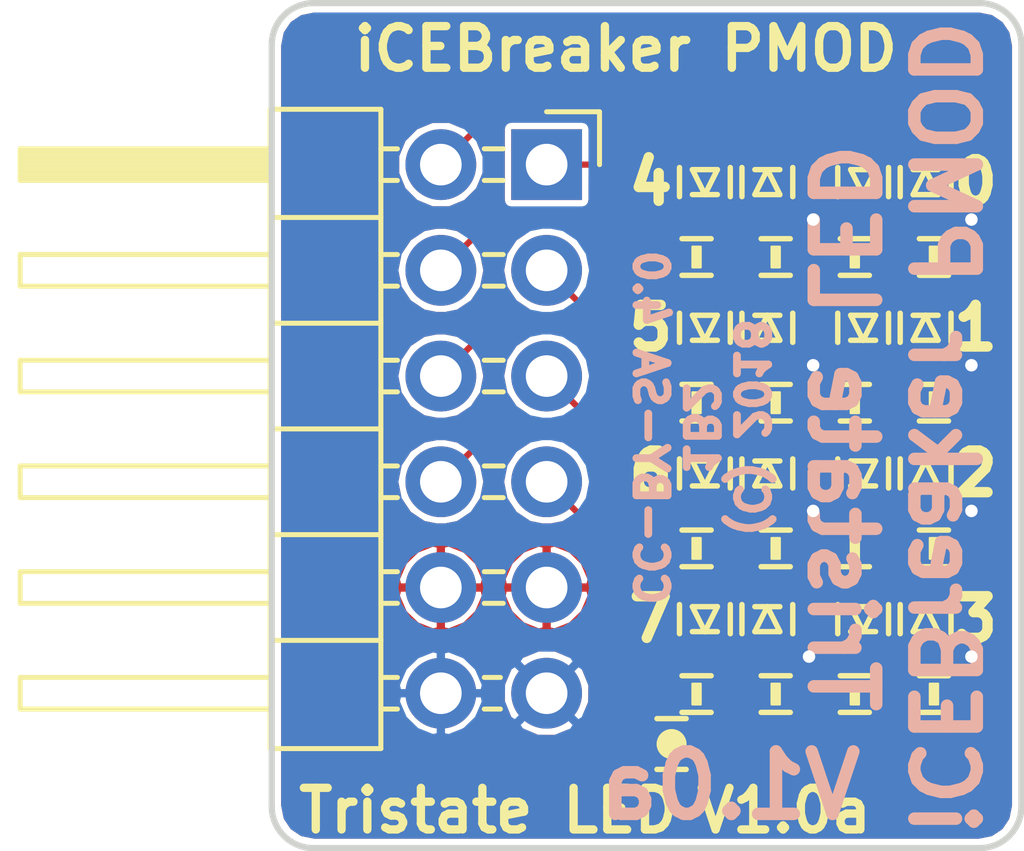
<source format=kicad_pcb>
(kicad_pcb (version 20171130) (host pcbnew 5.0.0-rc2-dev-unknown-1ac905d~64~ubuntu16.04.1)

  (general
    (thickness 1.6)
    (drawings 22)
    (tracks 102)
    (zones 0)
    (modules 34)
    (nets 27)
  )

  (page A4)
  (title_block
    (title "iCEBreaker PMOD - Tristate LED")
    (rev V1.0a)
    (company 1BitSquared)
    (comment 1 "(C) 2018 Piotr Esden-Tempski <piotr@esden.net>")
    (comment 2 "(C) 2018 1BitSquared <info@1bitsquared.com>")
    (comment 3 "License: CC-BY-SA V4.0")
  )

  (layers
    (0 F.Cu signal)
    (31 B.Cu signal)
    (32 B.Adhes user)
    (33 F.Adhes user)
    (34 B.Paste user)
    (35 F.Paste user)
    (36 B.SilkS user)
    (37 F.SilkS user)
    (38 B.Mask user)
    (39 F.Mask user)
    (40 Dwgs.User user)
    (41 Cmts.User user)
    (42 Eco1.User user)
    (43 Eco2.User user)
    (44 Edge.Cuts user)
    (45 Margin user)
    (46 B.CrtYd user)
    (47 F.CrtYd user)
    (48 B.Fab user)
    (49 F.Fab user)
  )

  (setup
    (last_trace_width 0.15)
    (trace_clearance 0.15)
    (zone_clearance 0.15)
    (zone_45_only no)
    (trace_min 0.15)
    (segment_width 0.2)
    (edge_width 0.15)
    (via_size 0.5)
    (via_drill 0.3)
    (via_min_size 0.5)
    (via_min_drill 0.3)
    (uvia_size 0.3)
    (uvia_drill 0.1)
    (uvias_allowed no)
    (uvia_min_size 0.2)
    (uvia_min_drill 0.1)
    (pcb_text_width 0.3)
    (pcb_text_size 1.5 1.5)
    (mod_edge_width 0.15)
    (mod_text_size 1 1)
    (mod_text_width 0.15)
    (pad_size 1.7 1.7)
    (pad_drill 1)
    (pad_to_mask_clearance 0.05)
    (aux_axis_origin 0 0)
    (grid_origin 30 40.2)
    (visible_elements FFFFFF1F)
    (pcbplotparams
      (layerselection 0x010fc_ffffffff)
      (usegerberextensions true)
      (usegerberattributes false)
      (usegerberadvancedattributes false)
      (creategerberjobfile false)
      (excludeedgelayer true)
      (linewidth 0.300000)
      (plotframeref false)
      (viasonmask false)
      (mode 1)
      (useauxorigin false)
      (hpglpennumber 1)
      (hpglpenspeed 20)
      (hpglpendiameter 15)
      (psnegative false)
      (psa4output false)
      (plotreference true)
      (plotvalue true)
      (plotinvisibletext false)
      (padsonsilk false)
      (subtractmaskfromsilk true)
      (outputformat 1)
      (mirror false)
      (drillshape 0)
      (scaleselection 1)
      (outputdirectory gerber))
  )

  (net 0 "")
  (net 1 GND)
  (net 2 +3V3)
  (net 3 "Net-(D1-PadA)")
  (net 4 "Net-(D9-PadA)")
  (net 5 "Net-(D16-PadC)")
  (net 6 "Net-(D15-PadA)")
  (net 7 "Net-(D14-PadC)")
  (net 8 "Net-(D13-PadA)")
  (net 9 "Net-(D12-PadC)")
  (net 10 "Net-(D11-PadA)")
  (net 11 "Net-(D10-PadC)")
  (net 12 "Net-(D8-PadC)")
  (net 13 "Net-(D7-PadA)")
  (net 14 "Net-(D6-PadC)")
  (net 15 "Net-(D5-PadA)")
  (net 16 "Net-(D4-PadC)")
  (net 17 "Net-(D3-PadA)")
  (net 18 "Net-(D2-PadC)")
  (net 19 /LED7)
  (net 20 /LED6)
  (net 21 /LED5)
  (net 22 /LED4)
  (net 23 /LED3)
  (net 24 /LED2)
  (net 25 /LED1)
  (net 26 /LED0)

  (net_class Default "This is the default net class."
    (clearance 0.15)
    (trace_width 0.15)
    (via_dia 0.5)
    (via_drill 0.3)
    (uvia_dia 0.3)
    (uvia_drill 0.1)
    (add_net +3V3)
    (add_net /LED0)
    (add_net /LED1)
    (add_net /LED2)
    (add_net /LED3)
    (add_net /LED4)
    (add_net /LED5)
    (add_net /LED6)
    (add_net /LED7)
    (add_net GND)
    (add_net "Net-(D1-PadA)")
    (add_net "Net-(D10-PadC)")
    (add_net "Net-(D11-PadA)")
    (add_net "Net-(D12-PadC)")
    (add_net "Net-(D13-PadA)")
    (add_net "Net-(D14-PadC)")
    (add_net "Net-(D15-PadA)")
    (add_net "Net-(D16-PadC)")
    (add_net "Net-(D2-PadC)")
    (add_net "Net-(D3-PadA)")
    (add_net "Net-(D4-PadC)")
    (add_net "Net-(D5-PadA)")
    (add_net "Net-(D6-PadC)")
    (add_net "Net-(D7-PadA)")
    (add_net "Net-(D8-PadC)")
    (add_net "Net-(D9-PadA)")
  )

  (module pkl_dipol:C_0603 (layer F.Cu) (tedit 552C8666) (tstamp 5ADF93D3)
    (at 39.6 47.8)
    (descr "Capacitor SMD 0603, reflow soldering")
    (tags "capacitor 0603")
    (path /5ADF32E3)
    (attr smd)
    (fp_text reference C1 (at 0 -1.1) (layer F.Fab)
      (effects (font (size 0.635 0.635) (thickness 0.1)))
    )
    (fp_text value 10u (at 0 1.2) (layer F.Fab)
      (effects (font (size 0.635 0.635) (thickness 0.1)))
    )
    (fp_circle (center 0 0) (end 0 -0.18) (layer F.SilkS) (width 0.36))
    (fp_line (start -1.175 -0.725) (end 1.175 -0.725) (layer F.CrtYd) (width 0.05))
    (fp_line (start -1.175 0.725) (end 1.175 0.725) (layer F.CrtYd) (width 0.05))
    (fp_line (start -1.175 -0.725) (end -1.175 0.725) (layer F.CrtYd) (width 0.05))
    (fp_line (start 1.175 -0.725) (end 1.175 0.725) (layer F.CrtYd) (width 0.05))
    (fp_line (start -0.35 -0.61) (end 0.35 -0.61) (layer F.SilkS) (width 0.13))
    (fp_line (start 0.35 0.61) (end -0.35 0.61) (layer F.SilkS) (width 0.13))
    (pad 1 smd roundrect (at -0.75 0) (size 0.6 0.9) (layers F.Cu F.Paste F.Mask) (roundrect_rratio 0.25)
      (net 2 +3V3))
    (pad 2 smd roundrect (at 0.75 0) (size 0.6 0.9) (layers F.Cu F.Paste F.Mask) (roundrect_rratio 0.25)
      (net 1 GND))
    (model ${KISYS3DMOD}/Capacitor_SMD.3dshapes/C_0603_1608Metric.step
      (at (xyz 0 0 0))
      (scale (xyz 1 1 1))
      (rotate (xyz 0 0 0))
    )
  )

  (module pkl_dipol:D_0603 (layer F.Cu) (tedit 5568E1FC) (tstamp 5AEDED6B)
    (at 40.4 37.8 90)
    (descr "Diode SMD 0603, reflow soldering")
    (tags "diode led 0603")
    (path /5AE6B2F7)
    (attr smd)
    (fp_text reference D12 (at 0 -1.1 90) (layer F.Fab)
      (effects (font (size 0.635 0.635) (thickness 0.1)))
    )
    (fp_text value GRN (at 0 1.2 90) (layer F.Fab)
      (effects (font (size 0.635 0.635) (thickness 0.1)))
    )
    (fp_line (start 0.3 0.3) (end -0.3 0) (layer F.SilkS) (width 0.13))
    (fp_line (start 0.3 -0.3) (end 0.3 0.3) (layer F.SilkS) (width 0.13))
    (fp_line (start -0.3 0) (end 0.3 -0.3) (layer F.SilkS) (width 0.13))
    (fp_line (start -0.3 -0.3) (end -0.3 0.3) (layer F.SilkS) (width 0.13))
    (fp_line (start 1.175 0.725) (end -1.175 0.725) (layer F.CrtYd) (width 0.05))
    (fp_line (start 1.175 -0.725) (end -1.175 -0.725) (layer F.CrtYd) (width 0.05))
    (fp_line (start 1.175 0.725) (end 1.175 -0.725) (layer F.CrtYd) (width 0.05))
    (fp_line (start -1.175 0.725) (end -1.175 -0.725) (layer F.CrtYd) (width 0.05))
    (fp_line (start 0.35 0.61) (end -0.35 0.61) (layer F.SilkS) (width 0.13))
    (fp_line (start -0.35 -0.61) (end 0.35 -0.61) (layer F.SilkS) (width 0.13))
    (pad A smd roundrect (at 0.75 0 270) (size 0.6 0.9) (layers F.Cu F.Paste F.Mask) (roundrect_rratio 0.25)
      (net 21 /LED5))
    (pad C smd roundrect (at -0.75 0 270) (size 0.6 0.9) (layers F.Cu F.Paste F.Mask) (roundrect_rratio 0.25)
      (net 9 "Net-(D12-PadC)"))
    (model ${KISYS3DMOD}/LED_SMD.3dshapes/LED_0603_1608Metric.step
      (at (xyz 0 0 0))
      (scale (xyz 1 1 1))
      (rotate (xyz 0 0 0))
    )
  )

  (module pkl_dipol:R_0402 (layer F.Cu) (tedit 552C709B) (tstamp 5AEDED3E)
    (at 42.1 39.6 180)
    (descr "Resistor SMD 0402, reflow soldering")
    (tags "resistor 0402")
    (path /5AE0889C)
    (attr smd)
    (fp_text reference R11 (at 0 -1.1 180) (layer F.Fab)
      (effects (font (size 0.635 0.635) (thickness 0.1)))
    )
    (fp_text value 1k (at 0 1.2 180) (layer F.Fab)
      (effects (font (size 0.635 0.635) (thickness 0.1)))
    )
    (fp_line (start 0.35 0.44) (end -0.35 0.44) (layer F.SilkS) (width 0.13))
    (fp_line (start -0.35 -0.44) (end 0.35 -0.44) (layer F.SilkS) (width 0.13))
    (fp_line (start 0.95 -0.5) (end 0.95 0.5) (layer F.CrtYd) (width 0.05))
    (fp_line (start -0.95 -0.5) (end -0.95 0.5) (layer F.CrtYd) (width 0.05))
    (fp_line (start -0.95 0.5) (end 0.95 0.5) (layer F.CrtYd) (width 0.05))
    (fp_line (start -0.95 -0.5) (end 0.95 -0.5) (layer F.CrtYd) (width 0.05))
    (fp_poly (pts (xy -0.1 0.25) (xy -0.1 -0.25) (xy 0.1 -0.25) (xy 0.1 0.25)
      (xy -0.1 0.25)) (layer F.SilkS) (width 0.05))
    (pad 2 smd roundrect (at 0.5 0 180) (size 0.5 0.6) (layers F.Cu F.Paste F.Mask) (roundrect_rratio 0.25)
      (net 10 "Net-(D11-PadA)"))
    (pad 1 smd roundrect (at -0.5 0 180) (size 0.5 0.6) (layers F.Cu F.Paste F.Mask) (roundrect_rratio 0.25)
      (net 2 +3V3))
    (model ${KISYS3DMOD}/Resistor_SMD.3dshapes/R_0402_1005Metric.step
      (at (xyz 0 0 0))
      (scale (xyz 1 1 1))
      (rotate (xyz 0 0 0))
    )
  )

  (module pkl_dipol:D_0603 (layer F.Cu) (tedit 5568E1FC) (tstamp 5AEDED0E)
    (at 41.9 37.8 270)
    (descr "Diode SMD 0603, reflow soldering")
    (tags "diode led 0603")
    (path /5AE6B2F0)
    (attr smd)
    (fp_text reference D11 (at 0 -1.1 270) (layer F.Fab)
      (effects (font (size 0.635 0.635) (thickness 0.1)))
    )
    (fp_text value RED (at 0 1.2 270) (layer F.Fab)
      (effects (font (size 0.635 0.635) (thickness 0.1)))
    )
    (fp_line (start -0.35 -0.61) (end 0.35 -0.61) (layer F.SilkS) (width 0.13))
    (fp_line (start 0.35 0.61) (end -0.35 0.61) (layer F.SilkS) (width 0.13))
    (fp_line (start -1.175 0.725) (end -1.175 -0.725) (layer F.CrtYd) (width 0.05))
    (fp_line (start 1.175 0.725) (end 1.175 -0.725) (layer F.CrtYd) (width 0.05))
    (fp_line (start 1.175 -0.725) (end -1.175 -0.725) (layer F.CrtYd) (width 0.05))
    (fp_line (start 1.175 0.725) (end -1.175 0.725) (layer F.CrtYd) (width 0.05))
    (fp_line (start -0.3 -0.3) (end -0.3 0.3) (layer F.SilkS) (width 0.13))
    (fp_line (start -0.3 0) (end 0.3 -0.3) (layer F.SilkS) (width 0.13))
    (fp_line (start 0.3 -0.3) (end 0.3 0.3) (layer F.SilkS) (width 0.13))
    (fp_line (start 0.3 0.3) (end -0.3 0) (layer F.SilkS) (width 0.13))
    (pad C smd roundrect (at -0.75 0 90) (size 0.6 0.9) (layers F.Cu F.Paste F.Mask) (roundrect_rratio 0.25)
      (net 21 /LED5))
    (pad A smd roundrect (at 0.75 0 90) (size 0.6 0.9) (layers F.Cu F.Paste F.Mask) (roundrect_rratio 0.25)
      (net 10 "Net-(D11-PadA)"))
    (model ${KISYS3DMOD}/LED_SMD.3dshapes/LED_0603_1608Metric.step
      (at (xyz 0 0 0))
      (scale (xyz 1 1 1))
      (rotate (xyz 0 0 0))
    )
  )

  (module pkl_dipol:R_0402 (layer F.Cu) (tedit 552C709B) (tstamp 5AEDECE1)
    (at 40.2 39.6 180)
    (descr "Resistor SMD 0402, reflow soldering")
    (tags "resistor 0402")
    (path /5AE088A3)
    (attr smd)
    (fp_text reference R12 (at 0 -1.1 180) (layer F.Fab)
      (effects (font (size 0.635 0.635) (thickness 0.1)))
    )
    (fp_text value 180E (at 0 1.2 180) (layer F.Fab)
      (effects (font (size 0.635 0.635) (thickness 0.1)))
    )
    (fp_poly (pts (xy -0.1 0.25) (xy -0.1 -0.25) (xy 0.1 -0.25) (xy 0.1 0.25)
      (xy -0.1 0.25)) (layer F.SilkS) (width 0.05))
    (fp_line (start -0.95 -0.5) (end 0.95 -0.5) (layer F.CrtYd) (width 0.05))
    (fp_line (start -0.95 0.5) (end 0.95 0.5) (layer F.CrtYd) (width 0.05))
    (fp_line (start -0.95 -0.5) (end -0.95 0.5) (layer F.CrtYd) (width 0.05))
    (fp_line (start 0.95 -0.5) (end 0.95 0.5) (layer F.CrtYd) (width 0.05))
    (fp_line (start -0.35 -0.44) (end 0.35 -0.44) (layer F.SilkS) (width 0.13))
    (fp_line (start 0.35 0.44) (end -0.35 0.44) (layer F.SilkS) (width 0.13))
    (pad 1 smd roundrect (at -0.5 0 180) (size 0.5 0.6) (layers F.Cu F.Paste F.Mask) (roundrect_rratio 0.25)
      (net 9 "Net-(D12-PadC)"))
    (pad 2 smd roundrect (at 0.5 0 180) (size 0.5 0.6) (layers F.Cu F.Paste F.Mask) (roundrect_rratio 0.25)
      (net 1 GND))
    (model ${KISYS3DMOD}/Resistor_SMD.3dshapes/R_0402_1005Metric.step
      (at (xyz 0 0 0))
      (scale (xyz 1 1 1))
      (rotate (xyz 0 0 0))
    )
  )

  (module pkl_connectors:PMODHeader_2x06_P2.54mm_Horizontal (layer F.Cu) (tedit 5AECF65A) (tstamp 5AEDD631)
    (at 36.6 46.58 180)
    (descr "Through hole angled pin header, 2x06, 2.54mm pitch, 6mm pin length, double rows")
    (tags "Through hole angled pin header THT 2x06 2.54mm double row")
    (path /5ADECDD2)
    (fp_text reference J1 (at 5.655 -2.27 180) (layer F.Fab)
      (effects (font (size 1 1) (thickness 0.15)))
    )
    (fp_text value PMOD (at 5.655 14.97 180) (layer F.Fab)
      (effects (font (size 1 1) (thickness 0.15)))
    )
    (fp_line (start 4.064 -1.27) (end 6.58 -1.27) (layer F.Fab) (width 0.1))
    (fp_line (start 6.58 -1.27) (end 6.58 13.97) (layer F.Fab) (width 0.1))
    (fp_line (start 6.58 13.97) (end 4.699 13.97) (layer F.Fab) (width 0.1))
    (fp_line (start 4.064 13.335) (end 4.064 -1.27) (layer F.Fab) (width 0.1))
    (fp_line (start 4.04 13.335) (end 4.675 13.97) (layer F.Fab) (width 0.1))
    (fp_line (start -0.32 -0.32) (end 4.04 -0.32) (layer F.Fab) (width 0.1))
    (fp_line (start -0.32 -0.32) (end -0.32 0.32) (layer F.Fab) (width 0.1))
    (fp_line (start -0.32 0.32) (end 4.04 0.32) (layer F.Fab) (width 0.1))
    (fp_line (start 6.58 -0.32) (end 12.58 -0.32) (layer F.Fab) (width 0.1))
    (fp_line (start 12.58 -0.32) (end 12.58 0.32) (layer F.Fab) (width 0.1))
    (fp_line (start 6.58 0.32) (end 12.58 0.32) (layer F.Fab) (width 0.1))
    (fp_line (start -0.32 2.22) (end 4.04 2.22) (layer F.Fab) (width 0.1))
    (fp_line (start -0.32 2.22) (end -0.32 2.86) (layer F.Fab) (width 0.1))
    (fp_line (start -0.32 2.86) (end 4.04 2.86) (layer F.Fab) (width 0.1))
    (fp_line (start 6.58 2.22) (end 12.58 2.22) (layer F.Fab) (width 0.1))
    (fp_line (start 12.58 2.22) (end 12.58 2.86) (layer F.Fab) (width 0.1))
    (fp_line (start 6.58 2.86) (end 12.58 2.86) (layer F.Fab) (width 0.1))
    (fp_line (start -0.32 4.76) (end 4.04 4.76) (layer F.Fab) (width 0.1))
    (fp_line (start -0.32 4.76) (end -0.32 5.4) (layer F.Fab) (width 0.1))
    (fp_line (start -0.32 5.4) (end 4.04 5.4) (layer F.Fab) (width 0.1))
    (fp_line (start 6.58 4.76) (end 12.58 4.76) (layer F.Fab) (width 0.1))
    (fp_line (start 12.58 4.76) (end 12.58 5.4) (layer F.Fab) (width 0.1))
    (fp_line (start 6.58 5.4) (end 12.58 5.4) (layer F.Fab) (width 0.1))
    (fp_line (start -0.32 7.3) (end 4.04 7.3) (layer F.Fab) (width 0.1))
    (fp_line (start -0.32 7.3) (end -0.32 7.94) (layer F.Fab) (width 0.1))
    (fp_line (start -0.32 7.94) (end 4.04 7.94) (layer F.Fab) (width 0.1))
    (fp_line (start 6.58 7.3) (end 12.58 7.3) (layer F.Fab) (width 0.1))
    (fp_line (start 12.58 7.3) (end 12.58 7.94) (layer F.Fab) (width 0.1))
    (fp_line (start 6.58 7.94) (end 12.58 7.94) (layer F.Fab) (width 0.1))
    (fp_line (start -0.32 9.84) (end 4.04 9.84) (layer F.Fab) (width 0.1))
    (fp_line (start -0.32 9.84) (end -0.32 10.48) (layer F.Fab) (width 0.1))
    (fp_line (start -0.32 10.48) (end 4.04 10.48) (layer F.Fab) (width 0.1))
    (fp_line (start 6.58 9.84) (end 12.58 9.84) (layer F.Fab) (width 0.1))
    (fp_line (start 12.58 9.84) (end 12.58 10.48) (layer F.Fab) (width 0.1))
    (fp_line (start 6.58 10.48) (end 12.58 10.48) (layer F.Fab) (width 0.1))
    (fp_line (start -0.32 12.38) (end 4.04 12.38) (layer F.Fab) (width 0.1))
    (fp_line (start -0.32 12.38) (end -0.32 13.02) (layer F.Fab) (width 0.1))
    (fp_line (start -0.32 13.02) (end 4.04 13.02) (layer F.Fab) (width 0.1))
    (fp_line (start 6.58 12.38) (end 12.58 12.38) (layer F.Fab) (width 0.1))
    (fp_line (start 12.58 12.38) (end 12.58 13.02) (layer F.Fab) (width 0.1))
    (fp_line (start 6.58 13.02) (end 12.58 13.02) (layer F.Fab) (width 0.1))
    (fp_line (start 3.98 -1.33) (end 3.98 14.03) (layer F.SilkS) (width 0.12))
    (fp_line (start 3.98 14.03) (end 6.64 14.03) (layer F.SilkS) (width 0.12))
    (fp_line (start 6.64 14.03) (end 6.64 -1.33) (layer F.SilkS) (width 0.12))
    (fp_line (start 6.64 -1.33) (end 3.98 -1.33) (layer F.SilkS) (width 0.12))
    (fp_line (start 6.64 -0.38) (end 12.64 -0.38) (layer F.SilkS) (width 0.12))
    (fp_line (start 12.64 -0.38) (end 12.64 0.38) (layer F.SilkS) (width 0.12))
    (fp_line (start 12.64 0.38) (end 6.64 0.38) (layer F.SilkS) (width 0.12))
    (fp_line (start 6.64 12.38) (end 12.64 12.38) (layer F.SilkS) (width 0.12))
    (fp_line (start 6.64 12.5) (end 12.64 12.5) (layer F.SilkS) (width 0.12))
    (fp_line (start 6.64 12.62) (end 12.64 12.62) (layer F.SilkS) (width 0.12))
    (fp_line (start 6.64 12.74) (end 12.64 12.74) (layer F.SilkS) (width 0.12))
    (fp_line (start 6.64 12.86) (end 12.64 12.86) (layer F.SilkS) (width 0.12))
    (fp_line (start 6.64 12.98) (end 12.64 12.98) (layer F.SilkS) (width 0.12))
    (fp_line (start 3.582929 -0.38) (end 3.98 -0.38) (layer F.SilkS) (width 0.12))
    (fp_line (start 3.582929 0.38) (end 3.98 0.38) (layer F.SilkS) (width 0.12))
    (fp_line (start 1.11 -0.38) (end 1.497071 -0.38) (layer F.SilkS) (width 0.12))
    (fp_line (start 1.11 0.38) (end 1.497071 0.38) (layer F.SilkS) (width 0.12))
    (fp_line (start 3.98 1.27) (end 6.64 1.27) (layer F.SilkS) (width 0.12))
    (fp_line (start 6.64 2.16) (end 12.64 2.16) (layer F.SilkS) (width 0.12))
    (fp_line (start 12.64 2.16) (end 12.64 2.92) (layer F.SilkS) (width 0.12))
    (fp_line (start 12.64 2.92) (end 6.64 2.92) (layer F.SilkS) (width 0.12))
    (fp_line (start 3.582929 2.16) (end 3.98 2.16) (layer F.SilkS) (width 0.12))
    (fp_line (start 3.582929 2.92) (end 3.98 2.92) (layer F.SilkS) (width 0.12))
    (fp_line (start 1.042929 2.16) (end 1.497071 2.16) (layer F.SilkS) (width 0.12))
    (fp_line (start 1.042929 2.92) (end 1.497071 2.92) (layer F.SilkS) (width 0.12))
    (fp_line (start 3.98 3.81) (end 6.64 3.81) (layer F.SilkS) (width 0.12))
    (fp_line (start 6.64 4.7) (end 12.64 4.7) (layer F.SilkS) (width 0.12))
    (fp_line (start 12.64 4.7) (end 12.64 5.46) (layer F.SilkS) (width 0.12))
    (fp_line (start 12.64 5.46) (end 6.64 5.46) (layer F.SilkS) (width 0.12))
    (fp_line (start 3.582929 4.7) (end 3.98 4.7) (layer F.SilkS) (width 0.12))
    (fp_line (start 3.582929 5.46) (end 3.98 5.46) (layer F.SilkS) (width 0.12))
    (fp_line (start 1.042929 4.7) (end 1.497071 4.7) (layer F.SilkS) (width 0.12))
    (fp_line (start 1.042929 5.46) (end 1.497071 5.46) (layer F.SilkS) (width 0.12))
    (fp_line (start 3.98 6.35) (end 6.64 6.35) (layer F.SilkS) (width 0.12))
    (fp_line (start 6.64 7.24) (end 12.64 7.24) (layer F.SilkS) (width 0.12))
    (fp_line (start 12.64 7.24) (end 12.64 8) (layer F.SilkS) (width 0.12))
    (fp_line (start 12.64 8) (end 6.64 8) (layer F.SilkS) (width 0.12))
    (fp_line (start 3.582929 7.24) (end 3.98 7.24) (layer F.SilkS) (width 0.12))
    (fp_line (start 3.582929 8) (end 3.98 8) (layer F.SilkS) (width 0.12))
    (fp_line (start 1.042929 7.24) (end 1.497071 7.24) (layer F.SilkS) (width 0.12))
    (fp_line (start 1.042929 8) (end 1.497071 8) (layer F.SilkS) (width 0.12))
    (fp_line (start 3.98 8.89) (end 6.64 8.89) (layer F.SilkS) (width 0.12))
    (fp_line (start 6.64 9.78) (end 12.64 9.78) (layer F.SilkS) (width 0.12))
    (fp_line (start 12.64 9.78) (end 12.64 10.54) (layer F.SilkS) (width 0.12))
    (fp_line (start 12.64 10.54) (end 6.64 10.54) (layer F.SilkS) (width 0.12))
    (fp_line (start 3.582929 9.78) (end 3.98 9.78) (layer F.SilkS) (width 0.12))
    (fp_line (start 3.582929 10.54) (end 3.98 10.54) (layer F.SilkS) (width 0.12))
    (fp_line (start 1.042929 9.78) (end 1.497071 9.78) (layer F.SilkS) (width 0.12))
    (fp_line (start 1.042929 10.54) (end 1.497071 10.54) (layer F.SilkS) (width 0.12))
    (fp_line (start 3.98 11.43) (end 6.64 11.43) (layer F.SilkS) (width 0.12))
    (fp_line (start 6.64 12.32) (end 12.64 12.32) (layer F.SilkS) (width 0.12))
    (fp_line (start 12.64 12.32) (end 12.64 13.08) (layer F.SilkS) (width 0.12))
    (fp_line (start 12.64 13.08) (end 6.64 13.08) (layer F.SilkS) (width 0.12))
    (fp_line (start 3.582929 12.32) (end 3.98 12.32) (layer F.SilkS) (width 0.12))
    (fp_line (start 3.582929 13.08) (end 3.98 13.08) (layer F.SilkS) (width 0.12))
    (fp_line (start 1.042929 12.32) (end 1.497071 12.32) (layer F.SilkS) (width 0.12))
    (fp_line (start 1.042929 13.08) (end 1.497071 13.08) (layer F.SilkS) (width 0.12))
    (fp_line (start 0 13.97) (end -1.27 13.97) (layer F.SilkS) (width 0.12))
    (fp_line (start -1.27 13.97) (end -1.27 12.7) (layer F.SilkS) (width 0.12))
    (fp_line (start -1.8 -1.8) (end -1.8 14.5) (layer F.CrtYd) (width 0.05))
    (fp_line (start -1.8 14.5) (end 13.1 14.5) (layer F.CrtYd) (width 0.05))
    (fp_line (start 13.1 14.5) (end 13.1 -1.8) (layer F.CrtYd) (width 0.05))
    (fp_line (start 13.1 -1.8) (end -1.8 -1.8) (layer F.CrtYd) (width 0.05))
    (pad 6 thru_hole circle (at 0 0 180) (size 1.7 1.7) (drill 1) (layers *.Cu *.Mask)
      (net 2 +3V3))
    (pad 12 thru_hole oval (at 2.54 0 180) (size 1.7 1.7) (drill 1) (layers *.Cu *.Mask)
      (net 2 +3V3))
    (pad 5 thru_hole oval (at 0 2.54 180) (size 1.7 1.7) (drill 1) (layers *.Cu *.Mask)
      (net 1 GND))
    (pad 11 thru_hole oval (at 2.54 2.54 180) (size 1.7 1.7) (drill 1) (layers *.Cu *.Mask)
      (net 1 GND))
    (pad 4 thru_hole oval (at 0 5.08 180) (size 1.7 1.7) (drill 1) (layers *.Cu *.Mask)
      (net 23 /LED3))
    (pad 10 thru_hole oval (at 2.54 5.08 180) (size 1.7 1.7) (drill 1) (layers *.Cu *.Mask)
      (net 19 /LED7))
    (pad 3 thru_hole oval (at 0 7.62 180) (size 1.7 1.7) (drill 1) (layers *.Cu *.Mask)
      (net 24 /LED2))
    (pad 9 thru_hole oval (at 2.54 7.62 180) (size 1.7 1.7) (drill 1) (layers *.Cu *.Mask)
      (net 20 /LED6))
    (pad 2 thru_hole oval (at 0 10.16 180) (size 1.7 1.7) (drill 1) (layers *.Cu *.Mask)
      (net 25 /LED1))
    (pad 8 thru_hole oval (at 2.54 10.16 180) (size 1.7 1.7) (drill 1) (layers *.Cu *.Mask)
      (net 21 /LED5))
    (pad 1 thru_hole rect (at 0 12.7 180) (size 1.7 1.7) (drill 1) (layers *.Cu *.Mask)
      (net 26 /LED0))
    (pad 7 thru_hole circle (at 2.54 12.7 180) (size 1.7 1.7) (drill 1) (layers *.Cu *.Mask)
      (net 22 /LED4))
    (model ${KISYS3DMOD}/Connector_PinHeader_2.54mm.3dshapes/PinHeader_2x06_P2.54mm_Horizontal.step
      (at (xyz 0 0 0))
      (scale (xyz 1 1 1))
      (rotate (xyz 0 0 0))
    )
  )

  (module pkl_dipol:D_0603 (layer F.Cu) (tedit 5568E1FC) (tstamp 5AE4FFD9)
    (at 45.7 34.3 270)
    (descr "Diode SMD 0603, reflow soldering")
    (tags "diode led 0603")
    (path /5AE6CECA)
    (attr smd)
    (fp_text reference D1 (at 0 -1.1 270) (layer F.Fab)
      (effects (font (size 0.635 0.635) (thickness 0.1)))
    )
    (fp_text value RED (at 0 1.2 270) (layer F.Fab)
      (effects (font (size 0.635 0.635) (thickness 0.1)))
    )
    (fp_line (start -0.35 -0.61) (end 0.35 -0.61) (layer F.SilkS) (width 0.13))
    (fp_line (start 0.35 0.61) (end -0.35 0.61) (layer F.SilkS) (width 0.13))
    (fp_line (start -1.175 0.725) (end -1.175 -0.725) (layer F.CrtYd) (width 0.05))
    (fp_line (start 1.175 0.725) (end 1.175 -0.725) (layer F.CrtYd) (width 0.05))
    (fp_line (start 1.175 -0.725) (end -1.175 -0.725) (layer F.CrtYd) (width 0.05))
    (fp_line (start 1.175 0.725) (end -1.175 0.725) (layer F.CrtYd) (width 0.05))
    (fp_line (start -0.3 -0.3) (end -0.3 0.3) (layer F.SilkS) (width 0.13))
    (fp_line (start -0.3 0) (end 0.3 -0.3) (layer F.SilkS) (width 0.13))
    (fp_line (start 0.3 -0.3) (end 0.3 0.3) (layer F.SilkS) (width 0.13))
    (fp_line (start 0.3 0.3) (end -0.3 0) (layer F.SilkS) (width 0.13))
    (pad C smd roundrect (at -0.75 0 90) (size 0.6 0.9) (layers F.Cu F.Paste F.Mask) (roundrect_rratio 0.25)
      (net 26 /LED0))
    (pad A smd roundrect (at 0.75 0 90) (size 0.6 0.9) (layers F.Cu F.Paste F.Mask) (roundrect_rratio 0.25)
      (net 3 "Net-(D1-PadA)"))
    (model ${KISYS3DMOD}/LED_SMD.3dshapes/LED_0603_1608Metric.step
      (at (xyz 0 0 0))
      (scale (xyz 1 1 1))
      (rotate (xyz 0 0 0))
    )
  )

  (module pkl_dipol:D_0603 (layer F.Cu) (tedit 5568E1FC) (tstamp 5AE4FFCA)
    (at 44.2 34.300001 90)
    (descr "Diode SMD 0603, reflow soldering")
    (tags "diode led 0603")
    (path /5AE6CED1)
    (attr smd)
    (fp_text reference D2 (at 0 -1.1 90) (layer F.Fab)
      (effects (font (size 0.635 0.635) (thickness 0.1)))
    )
    (fp_text value GRN (at 0 1.2 90) (layer F.Fab)
      (effects (font (size 0.635 0.635) (thickness 0.1)))
    )
    (fp_line (start 0.3 0.3) (end -0.3 0) (layer F.SilkS) (width 0.13))
    (fp_line (start 0.3 -0.3) (end 0.3 0.3) (layer F.SilkS) (width 0.13))
    (fp_line (start -0.3 0) (end 0.3 -0.3) (layer F.SilkS) (width 0.13))
    (fp_line (start -0.3 -0.3) (end -0.3 0.3) (layer F.SilkS) (width 0.13))
    (fp_line (start 1.175 0.725) (end -1.175 0.725) (layer F.CrtYd) (width 0.05))
    (fp_line (start 1.175 -0.725) (end -1.175 -0.725) (layer F.CrtYd) (width 0.05))
    (fp_line (start 1.175 0.725) (end 1.175 -0.725) (layer F.CrtYd) (width 0.05))
    (fp_line (start -1.175 0.725) (end -1.175 -0.725) (layer F.CrtYd) (width 0.05))
    (fp_line (start 0.35 0.61) (end -0.35 0.61) (layer F.SilkS) (width 0.13))
    (fp_line (start -0.35 -0.61) (end 0.35 -0.61) (layer F.SilkS) (width 0.13))
    (pad A smd roundrect (at 0.75 0 270) (size 0.6 0.9) (layers F.Cu F.Paste F.Mask) (roundrect_rratio 0.25)
      (net 26 /LED0))
    (pad C smd roundrect (at -0.75 0 270) (size 0.6 0.9) (layers F.Cu F.Paste F.Mask) (roundrect_rratio 0.25)
      (net 18 "Net-(D2-PadC)"))
    (model ${KISYS3DMOD}/LED_SMD.3dshapes/LED_0603_1608Metric.step
      (at (xyz 0 0 0))
      (scale (xyz 1 1 1))
      (rotate (xyz 0 0 0))
    )
  )

  (module pkl_dipol:D_0603 (layer F.Cu) (tedit 5568E1FC) (tstamp 5AE4FFBB)
    (at 45.7 37.8 270)
    (descr "Diode SMD 0603, reflow soldering")
    (tags "diode led 0603")
    (path /5AE6A69F)
    (attr smd)
    (fp_text reference D3 (at 0 -1.1 270) (layer F.Fab)
      (effects (font (size 0.635 0.635) (thickness 0.1)))
    )
    (fp_text value RED (at 0 1.2 270) (layer F.Fab)
      (effects (font (size 0.635 0.635) (thickness 0.1)))
    )
    (fp_line (start -0.35 -0.61) (end 0.35 -0.61) (layer F.SilkS) (width 0.13))
    (fp_line (start 0.35 0.61) (end -0.35 0.61) (layer F.SilkS) (width 0.13))
    (fp_line (start -1.175 0.725) (end -1.175 -0.725) (layer F.CrtYd) (width 0.05))
    (fp_line (start 1.175 0.725) (end 1.175 -0.725) (layer F.CrtYd) (width 0.05))
    (fp_line (start 1.175 -0.725) (end -1.175 -0.725) (layer F.CrtYd) (width 0.05))
    (fp_line (start 1.175 0.725) (end -1.175 0.725) (layer F.CrtYd) (width 0.05))
    (fp_line (start -0.3 -0.3) (end -0.3 0.3) (layer F.SilkS) (width 0.13))
    (fp_line (start -0.3 0) (end 0.3 -0.3) (layer F.SilkS) (width 0.13))
    (fp_line (start 0.3 -0.3) (end 0.3 0.3) (layer F.SilkS) (width 0.13))
    (fp_line (start 0.3 0.3) (end -0.3 0) (layer F.SilkS) (width 0.13))
    (pad C smd roundrect (at -0.75 0 90) (size 0.6 0.9) (layers F.Cu F.Paste F.Mask) (roundrect_rratio 0.25)
      (net 25 /LED1))
    (pad A smd roundrect (at 0.75 0 90) (size 0.6 0.9) (layers F.Cu F.Paste F.Mask) (roundrect_rratio 0.25)
      (net 17 "Net-(D3-PadA)"))
    (model ${KISYS3DMOD}/LED_SMD.3dshapes/LED_0603_1608Metric.step
      (at (xyz 0 0 0))
      (scale (xyz 1 1 1))
      (rotate (xyz 0 0 0))
    )
  )

  (module pkl_dipol:D_0603 (layer F.Cu) (tedit 5568E1FC) (tstamp 5AE4FFAC)
    (at 44.2 37.8 90)
    (descr "Diode SMD 0603, reflow soldering")
    (tags "diode led 0603")
    (path /5AE6A6A6)
    (attr smd)
    (fp_text reference D4 (at 0 -1.1 90) (layer F.Fab)
      (effects (font (size 0.635 0.635) (thickness 0.1)))
    )
    (fp_text value GRN (at 0 1.2 90) (layer F.Fab)
      (effects (font (size 0.635 0.635) (thickness 0.1)))
    )
    (fp_line (start 0.3 0.3) (end -0.3 0) (layer F.SilkS) (width 0.13))
    (fp_line (start 0.3 -0.3) (end 0.3 0.3) (layer F.SilkS) (width 0.13))
    (fp_line (start -0.3 0) (end 0.3 -0.3) (layer F.SilkS) (width 0.13))
    (fp_line (start -0.3 -0.3) (end -0.3 0.3) (layer F.SilkS) (width 0.13))
    (fp_line (start 1.175 0.725) (end -1.175 0.725) (layer F.CrtYd) (width 0.05))
    (fp_line (start 1.175 -0.725) (end -1.175 -0.725) (layer F.CrtYd) (width 0.05))
    (fp_line (start 1.175 0.725) (end 1.175 -0.725) (layer F.CrtYd) (width 0.05))
    (fp_line (start -1.175 0.725) (end -1.175 -0.725) (layer F.CrtYd) (width 0.05))
    (fp_line (start 0.35 0.61) (end -0.35 0.61) (layer F.SilkS) (width 0.13))
    (fp_line (start -0.35 -0.61) (end 0.35 -0.61) (layer F.SilkS) (width 0.13))
    (pad A smd roundrect (at 0.75 0 270) (size 0.6 0.9) (layers F.Cu F.Paste F.Mask) (roundrect_rratio 0.25)
      (net 25 /LED1))
    (pad C smd roundrect (at -0.75 0 270) (size 0.6 0.9) (layers F.Cu F.Paste F.Mask) (roundrect_rratio 0.25)
      (net 16 "Net-(D4-PadC)"))
    (model ${KISYS3DMOD}/LED_SMD.3dshapes/LED_0603_1608Metric.step
      (at (xyz 0 0 0))
      (scale (xyz 1 1 1))
      (rotate (xyz 0 0 0))
    )
  )

  (module pkl_dipol:D_0603 (layer F.Cu) (tedit 5568E1FC) (tstamp 5AE4FF9D)
    (at 45.7 41.298712 270)
    (descr "Diode SMD 0603, reflow soldering")
    (tags "diode led 0603")
    (path /5AE68B85)
    (attr smd)
    (fp_text reference D5 (at 0 -1.1 270) (layer F.Fab)
      (effects (font (size 0.635 0.635) (thickness 0.1)))
    )
    (fp_text value RED (at 0 1.2 270) (layer F.Fab)
      (effects (font (size 0.635 0.635) (thickness 0.1)))
    )
    (fp_line (start -0.35 -0.61) (end 0.35 -0.61) (layer F.SilkS) (width 0.13))
    (fp_line (start 0.35 0.61) (end -0.35 0.61) (layer F.SilkS) (width 0.13))
    (fp_line (start -1.175 0.725) (end -1.175 -0.725) (layer F.CrtYd) (width 0.05))
    (fp_line (start 1.175 0.725) (end 1.175 -0.725) (layer F.CrtYd) (width 0.05))
    (fp_line (start 1.175 -0.725) (end -1.175 -0.725) (layer F.CrtYd) (width 0.05))
    (fp_line (start 1.175 0.725) (end -1.175 0.725) (layer F.CrtYd) (width 0.05))
    (fp_line (start -0.3 -0.3) (end -0.3 0.3) (layer F.SilkS) (width 0.13))
    (fp_line (start -0.3 0) (end 0.3 -0.3) (layer F.SilkS) (width 0.13))
    (fp_line (start 0.3 -0.3) (end 0.3 0.3) (layer F.SilkS) (width 0.13))
    (fp_line (start 0.3 0.3) (end -0.3 0) (layer F.SilkS) (width 0.13))
    (pad C smd roundrect (at -0.75 0 90) (size 0.6 0.9) (layers F.Cu F.Paste F.Mask) (roundrect_rratio 0.25)
      (net 24 /LED2))
    (pad A smd roundrect (at 0.75 0 90) (size 0.6 0.9) (layers F.Cu F.Paste F.Mask) (roundrect_rratio 0.25)
      (net 15 "Net-(D5-PadA)"))
    (model ${KISYS3DMOD}/LED_SMD.3dshapes/LED_0603_1608Metric.step
      (at (xyz 0 0 0))
      (scale (xyz 1 1 1))
      (rotate (xyz 0 0 0))
    )
  )

  (module pkl_dipol:D_0603 (layer F.Cu) (tedit 5568E1FC) (tstamp 5AE4FF8E)
    (at 44.2 41.3 90)
    (descr "Diode SMD 0603, reflow soldering")
    (tags "diode led 0603")
    (path /5AE68B8C)
    (attr smd)
    (fp_text reference D6 (at 0 -1.1 90) (layer F.Fab)
      (effects (font (size 0.635 0.635) (thickness 0.1)))
    )
    (fp_text value GRN (at 0 1.2 90) (layer F.Fab)
      (effects (font (size 0.635 0.635) (thickness 0.1)))
    )
    (fp_line (start 0.3 0.3) (end -0.3 0) (layer F.SilkS) (width 0.13))
    (fp_line (start 0.3 -0.3) (end 0.3 0.3) (layer F.SilkS) (width 0.13))
    (fp_line (start -0.3 0) (end 0.3 -0.3) (layer F.SilkS) (width 0.13))
    (fp_line (start -0.3 -0.3) (end -0.3 0.3) (layer F.SilkS) (width 0.13))
    (fp_line (start 1.175 0.725) (end -1.175 0.725) (layer F.CrtYd) (width 0.05))
    (fp_line (start 1.175 -0.725) (end -1.175 -0.725) (layer F.CrtYd) (width 0.05))
    (fp_line (start 1.175 0.725) (end 1.175 -0.725) (layer F.CrtYd) (width 0.05))
    (fp_line (start -1.175 0.725) (end -1.175 -0.725) (layer F.CrtYd) (width 0.05))
    (fp_line (start 0.35 0.61) (end -0.35 0.61) (layer F.SilkS) (width 0.13))
    (fp_line (start -0.35 -0.61) (end 0.35 -0.61) (layer F.SilkS) (width 0.13))
    (pad A smd roundrect (at 0.75 0 270) (size 0.6 0.9) (layers F.Cu F.Paste F.Mask) (roundrect_rratio 0.25)
      (net 24 /LED2))
    (pad C smd roundrect (at -0.75 0 270) (size 0.6 0.9) (layers F.Cu F.Paste F.Mask) (roundrect_rratio 0.25)
      (net 14 "Net-(D6-PadC)"))
    (model ${KISYS3DMOD}/LED_SMD.3dshapes/LED_0603_1608Metric.step
      (at (xyz 0 0 0))
      (scale (xyz 1 1 1))
      (rotate (xyz 0 0 0))
    )
  )

  (module pkl_dipol:D_0603 (layer F.Cu) (tedit 5568E1FC) (tstamp 5AE4FF7F)
    (at 45.7 44.8 270)
    (descr "Diode SMD 0603, reflow soldering")
    (tags "diode led 0603")
    (path /5AE50983)
    (attr smd)
    (fp_text reference D7 (at 0 -1.1 270) (layer F.Fab)
      (effects (font (size 0.635 0.635) (thickness 0.1)))
    )
    (fp_text value RED (at 0 1.2 270) (layer F.Fab)
      (effects (font (size 0.635 0.635) (thickness 0.1)))
    )
    (fp_line (start -0.35 -0.61) (end 0.35 -0.61) (layer F.SilkS) (width 0.13))
    (fp_line (start 0.35 0.61) (end -0.35 0.61) (layer F.SilkS) (width 0.13))
    (fp_line (start -1.175 0.725) (end -1.175 -0.725) (layer F.CrtYd) (width 0.05))
    (fp_line (start 1.175 0.725) (end 1.175 -0.725) (layer F.CrtYd) (width 0.05))
    (fp_line (start 1.175 -0.725) (end -1.175 -0.725) (layer F.CrtYd) (width 0.05))
    (fp_line (start 1.175 0.725) (end -1.175 0.725) (layer F.CrtYd) (width 0.05))
    (fp_line (start -0.3 -0.3) (end -0.3 0.3) (layer F.SilkS) (width 0.13))
    (fp_line (start -0.3 0) (end 0.3 -0.3) (layer F.SilkS) (width 0.13))
    (fp_line (start 0.3 -0.3) (end 0.3 0.3) (layer F.SilkS) (width 0.13))
    (fp_line (start 0.3 0.3) (end -0.3 0) (layer F.SilkS) (width 0.13))
    (pad C smd roundrect (at -0.75 0 90) (size 0.6 0.9) (layers F.Cu F.Paste F.Mask) (roundrect_rratio 0.25)
      (net 23 /LED3))
    (pad A smd roundrect (at 0.75 0 90) (size 0.6 0.9) (layers F.Cu F.Paste F.Mask) (roundrect_rratio 0.25)
      (net 13 "Net-(D7-PadA)"))
    (model ${KISYS3DMOD}/LED_SMD.3dshapes/LED_0603_1608Metric.step
      (at (xyz 0 0 0))
      (scale (xyz 1 1 1))
      (rotate (xyz 0 0 0))
    )
  )

  (module pkl_dipol:D_0603 (layer F.Cu) (tedit 5568E1FC) (tstamp 5AE4FF70)
    (at 44.2 44.8 90)
    (descr "Diode SMD 0603, reflow soldering")
    (tags "diode led 0603")
    (path /5AE56010)
    (attr smd)
    (fp_text reference D8 (at 0 -1.1 90) (layer F.Fab)
      (effects (font (size 0.635 0.635) (thickness 0.1)))
    )
    (fp_text value GRN (at 0 1.2 90) (layer F.Fab)
      (effects (font (size 0.635 0.635) (thickness 0.1)))
    )
    (fp_line (start 0.3 0.3) (end -0.3 0) (layer F.SilkS) (width 0.13))
    (fp_line (start 0.3 -0.3) (end 0.3 0.3) (layer F.SilkS) (width 0.13))
    (fp_line (start -0.3 0) (end 0.3 -0.3) (layer F.SilkS) (width 0.13))
    (fp_line (start -0.3 -0.3) (end -0.3 0.3) (layer F.SilkS) (width 0.13))
    (fp_line (start 1.175 0.725) (end -1.175 0.725) (layer F.CrtYd) (width 0.05))
    (fp_line (start 1.175 -0.725) (end -1.175 -0.725) (layer F.CrtYd) (width 0.05))
    (fp_line (start 1.175 0.725) (end 1.175 -0.725) (layer F.CrtYd) (width 0.05))
    (fp_line (start -1.175 0.725) (end -1.175 -0.725) (layer F.CrtYd) (width 0.05))
    (fp_line (start 0.35 0.61) (end -0.35 0.61) (layer F.SilkS) (width 0.13))
    (fp_line (start -0.35 -0.61) (end 0.35 -0.61) (layer F.SilkS) (width 0.13))
    (pad A smd roundrect (at 0.75 0 270) (size 0.6 0.9) (layers F.Cu F.Paste F.Mask) (roundrect_rratio 0.25)
      (net 23 /LED3))
    (pad C smd roundrect (at -0.75 0 270) (size 0.6 0.9) (layers F.Cu F.Paste F.Mask) (roundrect_rratio 0.25)
      (net 12 "Net-(D8-PadC)"))
    (model ${KISYS3DMOD}/LED_SMD.3dshapes/LED_0603_1608Metric.step
      (at (xyz 0 0 0))
      (scale (xyz 1 1 1))
      (rotate (xyz 0 0 0))
    )
  )

  (module pkl_dipol:D_0603 (layer F.Cu) (tedit 5568E1FC) (tstamp 5AE4FF6F)
    (at 41.9 34.3 270)
    (descr "Diode SMD 0603, reflow soldering")
    (tags "diode led 0603")
    (path /5AE6C275)
    (attr smd)
    (fp_text reference D9 (at 0 -1.1 270) (layer F.Fab)
      (effects (font (size 0.635 0.635) (thickness 0.1)))
    )
    (fp_text value RED (at 0 1.2 270) (layer F.Fab)
      (effects (font (size 0.635 0.635) (thickness 0.1)))
    )
    (fp_line (start -0.35 -0.61) (end 0.35 -0.61) (layer F.SilkS) (width 0.13))
    (fp_line (start 0.35 0.61) (end -0.35 0.61) (layer F.SilkS) (width 0.13))
    (fp_line (start -1.175 0.725) (end -1.175 -0.725) (layer F.CrtYd) (width 0.05))
    (fp_line (start 1.175 0.725) (end 1.175 -0.725) (layer F.CrtYd) (width 0.05))
    (fp_line (start 1.175 -0.725) (end -1.175 -0.725) (layer F.CrtYd) (width 0.05))
    (fp_line (start 1.175 0.725) (end -1.175 0.725) (layer F.CrtYd) (width 0.05))
    (fp_line (start -0.3 -0.3) (end -0.3 0.3) (layer F.SilkS) (width 0.13))
    (fp_line (start -0.3 0) (end 0.3 -0.3) (layer F.SilkS) (width 0.13))
    (fp_line (start 0.3 -0.3) (end 0.3 0.3) (layer F.SilkS) (width 0.13))
    (fp_line (start 0.3 0.3) (end -0.3 0) (layer F.SilkS) (width 0.13))
    (pad C smd roundrect (at -0.75 0 90) (size 0.6 0.9) (layers F.Cu F.Paste F.Mask) (roundrect_rratio 0.25)
      (net 22 /LED4))
    (pad A smd roundrect (at 0.75 0 90) (size 0.6 0.9) (layers F.Cu F.Paste F.Mask) (roundrect_rratio 0.25)
      (net 4 "Net-(D9-PadA)"))
    (model ${KISYS3DMOD}/LED_SMD.3dshapes/LED_0603_1608Metric.step
      (at (xyz 0 0 0))
      (scale (xyz 1 1 1))
      (rotate (xyz 0 0 0))
    )
  )

  (module pkl_dipol:D_0603 (layer F.Cu) (tedit 5568E1FC) (tstamp 5AE4FF5F)
    (at 40.4 34.3 90)
    (descr "Diode SMD 0603, reflow soldering")
    (tags "diode led 0603")
    (path /5AE6C27C)
    (attr smd)
    (fp_text reference D10 (at 0 -1.1 90) (layer F.Fab)
      (effects (font (size 0.635 0.635) (thickness 0.1)))
    )
    (fp_text value GRN (at 0 1.2 90) (layer F.Fab)
      (effects (font (size 0.635 0.635) (thickness 0.1)))
    )
    (fp_line (start 0.3 0.3) (end -0.3 0) (layer F.SilkS) (width 0.13))
    (fp_line (start 0.3 -0.3) (end 0.3 0.3) (layer F.SilkS) (width 0.13))
    (fp_line (start -0.3 0) (end 0.3 -0.3) (layer F.SilkS) (width 0.13))
    (fp_line (start -0.3 -0.3) (end -0.3 0.3) (layer F.SilkS) (width 0.13))
    (fp_line (start 1.175 0.725) (end -1.175 0.725) (layer F.CrtYd) (width 0.05))
    (fp_line (start 1.175 -0.725) (end -1.175 -0.725) (layer F.CrtYd) (width 0.05))
    (fp_line (start 1.175 0.725) (end 1.175 -0.725) (layer F.CrtYd) (width 0.05))
    (fp_line (start -1.175 0.725) (end -1.175 -0.725) (layer F.CrtYd) (width 0.05))
    (fp_line (start 0.35 0.61) (end -0.35 0.61) (layer F.SilkS) (width 0.13))
    (fp_line (start -0.35 -0.61) (end 0.35 -0.61) (layer F.SilkS) (width 0.13))
    (pad A smd roundrect (at 0.75 0 270) (size 0.6 0.9) (layers F.Cu F.Paste F.Mask) (roundrect_rratio 0.25)
      (net 22 /LED4))
    (pad C smd roundrect (at -0.75 0 270) (size 0.6 0.9) (layers F.Cu F.Paste F.Mask) (roundrect_rratio 0.25)
      (net 11 "Net-(D10-PadC)"))
    (model ${KISYS3DMOD}/LED_SMD.3dshapes/LED_0603_1608Metric.step
      (at (xyz 0 0 0))
      (scale (xyz 1 1 1))
      (rotate (xyz 0 0 0))
    )
  )

  (module pkl_dipol:D_0603 (layer F.Cu) (tedit 5568E1FC) (tstamp 5AE4FF2F)
    (at 41.9 41.3 270)
    (descr "Diode SMD 0603, reflow soldering")
    (tags "diode led 0603")
    (path /5AE697CA)
    (attr smd)
    (fp_text reference D13 (at 0 -1.1 270) (layer F.Fab)
      (effects (font (size 0.635 0.635) (thickness 0.1)))
    )
    (fp_text value RED (at 0 1.2 270) (layer F.Fab)
      (effects (font (size 0.635 0.635) (thickness 0.1)))
    )
    (fp_line (start -0.35 -0.61) (end 0.35 -0.61) (layer F.SilkS) (width 0.13))
    (fp_line (start 0.35 0.61) (end -0.35 0.61) (layer F.SilkS) (width 0.13))
    (fp_line (start -1.175 0.725) (end -1.175 -0.725) (layer F.CrtYd) (width 0.05))
    (fp_line (start 1.175 0.725) (end 1.175 -0.725) (layer F.CrtYd) (width 0.05))
    (fp_line (start 1.175 -0.725) (end -1.175 -0.725) (layer F.CrtYd) (width 0.05))
    (fp_line (start 1.175 0.725) (end -1.175 0.725) (layer F.CrtYd) (width 0.05))
    (fp_line (start -0.3 -0.3) (end -0.3 0.3) (layer F.SilkS) (width 0.13))
    (fp_line (start -0.3 0) (end 0.3 -0.3) (layer F.SilkS) (width 0.13))
    (fp_line (start 0.3 -0.3) (end 0.3 0.3) (layer F.SilkS) (width 0.13))
    (fp_line (start 0.3 0.3) (end -0.3 0) (layer F.SilkS) (width 0.13))
    (pad C smd roundrect (at -0.75 0 90) (size 0.6 0.9) (layers F.Cu F.Paste F.Mask) (roundrect_rratio 0.25)
      (net 20 /LED6))
    (pad A smd roundrect (at 0.75 0 90) (size 0.6 0.9) (layers F.Cu F.Paste F.Mask) (roundrect_rratio 0.25)
      (net 8 "Net-(D13-PadA)"))
    (model ${KISYS3DMOD}/LED_SMD.3dshapes/LED_0603_1608Metric.step
      (at (xyz 0 0 0))
      (scale (xyz 1 1 1))
      (rotate (xyz 0 0 0))
    )
  )

  (module pkl_dipol:D_0603 (layer F.Cu) (tedit 5568E1FC) (tstamp 5AE4FF1F)
    (at 40.4 41.3 90)
    (descr "Diode SMD 0603, reflow soldering")
    (tags "diode led 0603")
    (path /5AE697D1)
    (attr smd)
    (fp_text reference D14 (at 0 -1.1 90) (layer F.Fab)
      (effects (font (size 0.635 0.635) (thickness 0.1)))
    )
    (fp_text value GRN (at 0 1.2 90) (layer F.Fab)
      (effects (font (size 0.635 0.635) (thickness 0.1)))
    )
    (fp_line (start 0.3 0.3) (end -0.3 0) (layer F.SilkS) (width 0.13))
    (fp_line (start 0.3 -0.3) (end 0.3 0.3) (layer F.SilkS) (width 0.13))
    (fp_line (start -0.3 0) (end 0.3 -0.3) (layer F.SilkS) (width 0.13))
    (fp_line (start -0.3 -0.3) (end -0.3 0.3) (layer F.SilkS) (width 0.13))
    (fp_line (start 1.175 0.725) (end -1.175 0.725) (layer F.CrtYd) (width 0.05))
    (fp_line (start 1.175 -0.725) (end -1.175 -0.725) (layer F.CrtYd) (width 0.05))
    (fp_line (start 1.175 0.725) (end 1.175 -0.725) (layer F.CrtYd) (width 0.05))
    (fp_line (start -1.175 0.725) (end -1.175 -0.725) (layer F.CrtYd) (width 0.05))
    (fp_line (start 0.35 0.61) (end -0.35 0.61) (layer F.SilkS) (width 0.13))
    (fp_line (start -0.35 -0.61) (end 0.35 -0.61) (layer F.SilkS) (width 0.13))
    (pad A smd roundrect (at 0.75 0 270) (size 0.6 0.9) (layers F.Cu F.Paste F.Mask) (roundrect_rratio 0.25)
      (net 20 /LED6))
    (pad C smd roundrect (at -0.75 0 270) (size 0.6 0.9) (layers F.Cu F.Paste F.Mask) (roundrect_rratio 0.25)
      (net 7 "Net-(D14-PadC)"))
    (model ${KISYS3DMOD}/LED_SMD.3dshapes/LED_0603_1608Metric.step
      (at (xyz 0 0 0))
      (scale (xyz 1 1 1))
      (rotate (xyz 0 0 0))
    )
  )

  (module pkl_dipol:D_0603 (layer F.Cu) (tedit 5568E1FC) (tstamp 5AE4FF0F)
    (at 40.4 44.8 90)
    (descr "Diode SMD 0603, reflow soldering")
    (tags "diode led 0603")
    (path /5AE5A40D)
    (attr smd)
    (fp_text reference D16 (at 0 -1.1 90) (layer F.Fab)
      (effects (font (size 0.635 0.635) (thickness 0.1)))
    )
    (fp_text value GRN (at 0 1.2 90) (layer F.Fab)
      (effects (font (size 0.635 0.635) (thickness 0.1)))
    )
    (fp_line (start -0.35 -0.61) (end 0.35 -0.61) (layer F.SilkS) (width 0.13))
    (fp_line (start 0.35 0.61) (end -0.35 0.61) (layer F.SilkS) (width 0.13))
    (fp_line (start -1.175 0.725) (end -1.175 -0.725) (layer F.CrtYd) (width 0.05))
    (fp_line (start 1.175 0.725) (end 1.175 -0.725) (layer F.CrtYd) (width 0.05))
    (fp_line (start 1.175 -0.725) (end -1.175 -0.725) (layer F.CrtYd) (width 0.05))
    (fp_line (start 1.175 0.725) (end -1.175 0.725) (layer F.CrtYd) (width 0.05))
    (fp_line (start -0.3 -0.3) (end -0.3 0.3) (layer F.SilkS) (width 0.13))
    (fp_line (start -0.3 0) (end 0.3 -0.3) (layer F.SilkS) (width 0.13))
    (fp_line (start 0.3 -0.3) (end 0.3 0.3) (layer F.SilkS) (width 0.13))
    (fp_line (start 0.3 0.3) (end -0.3 0) (layer F.SilkS) (width 0.13))
    (pad C smd roundrect (at -0.75 0 270) (size 0.6 0.9) (layers F.Cu F.Paste F.Mask) (roundrect_rratio 0.25)
      (net 5 "Net-(D16-PadC)"))
    (pad A smd roundrect (at 0.75 0 270) (size 0.6 0.9) (layers F.Cu F.Paste F.Mask) (roundrect_rratio 0.25)
      (net 19 /LED7))
    (model ${KISYS3DMOD}/LED_SMD.3dshapes/LED_0603_1608Metric.step
      (at (xyz 0 0 0))
      (scale (xyz 1 1 1))
      (rotate (xyz 0 0 0))
    )
  )

  (module pkl_dipol:D_0603 (layer F.Cu) (tedit 5568E1FC) (tstamp 5AE4FEFF)
    (at 41.9 44.8 270)
    (descr "Diode SMD 0603, reflow soldering")
    (tags "diode led 0603")
    (path /5AE5A406)
    (attr smd)
    (fp_text reference D15 (at 0 -1.1 270) (layer F.Fab)
      (effects (font (size 0.635 0.635) (thickness 0.1)))
    )
    (fp_text value RED (at 0 1.2 270) (layer F.Fab)
      (effects (font (size 0.635 0.635) (thickness 0.1)))
    )
    (fp_line (start 0.3 0.3) (end -0.3 0) (layer F.SilkS) (width 0.13))
    (fp_line (start 0.3 -0.3) (end 0.3 0.3) (layer F.SilkS) (width 0.13))
    (fp_line (start -0.3 0) (end 0.3 -0.3) (layer F.SilkS) (width 0.13))
    (fp_line (start -0.3 -0.3) (end -0.3 0.3) (layer F.SilkS) (width 0.13))
    (fp_line (start 1.175 0.725) (end -1.175 0.725) (layer F.CrtYd) (width 0.05))
    (fp_line (start 1.175 -0.725) (end -1.175 -0.725) (layer F.CrtYd) (width 0.05))
    (fp_line (start 1.175 0.725) (end 1.175 -0.725) (layer F.CrtYd) (width 0.05))
    (fp_line (start -1.175 0.725) (end -1.175 -0.725) (layer F.CrtYd) (width 0.05))
    (fp_line (start 0.35 0.61) (end -0.35 0.61) (layer F.SilkS) (width 0.13))
    (fp_line (start -0.35 -0.61) (end 0.35 -0.61) (layer F.SilkS) (width 0.13))
    (pad A smd roundrect (at 0.75 0 90) (size 0.6 0.9) (layers F.Cu F.Paste F.Mask) (roundrect_rratio 0.25)
      (net 6 "Net-(D15-PadA)"))
    (pad C smd roundrect (at -0.75 0 90) (size 0.6 0.9) (layers F.Cu F.Paste F.Mask) (roundrect_rratio 0.25)
      (net 19 /LED7))
    (model ${KISYS3DMOD}/LED_SMD.3dshapes/LED_0603_1608Metric.step
      (at (xyz 0 0 0))
      (scale (xyz 1 1 1))
      (rotate (xyz 0 0 0))
    )
  )

  (module pkl_dipol:R_0402 (layer F.Cu) (tedit 552C709B) (tstamp 5AE03F6F)
    (at 42.1 36.1 180)
    (descr "Resistor SMD 0402, reflow soldering")
    (tags "resistor 0402")
    (path /5AE088EF)
    (attr smd)
    (fp_text reference R9 (at 0 -1.1 180) (layer F.Fab)
      (effects (font (size 0.635 0.635) (thickness 0.1)))
    )
    (fp_text value 1k (at 0 1.2 180) (layer F.Fab)
      (effects (font (size 0.635 0.635) (thickness 0.1)))
    )
    (fp_line (start 0.35 0.44) (end -0.35 0.44) (layer F.SilkS) (width 0.13))
    (fp_line (start -0.35 -0.44) (end 0.35 -0.44) (layer F.SilkS) (width 0.13))
    (fp_line (start 0.95 -0.5) (end 0.95 0.5) (layer F.CrtYd) (width 0.05))
    (fp_line (start -0.95 -0.5) (end -0.95 0.5) (layer F.CrtYd) (width 0.05))
    (fp_line (start -0.95 0.5) (end 0.95 0.5) (layer F.CrtYd) (width 0.05))
    (fp_line (start -0.95 -0.5) (end 0.95 -0.5) (layer F.CrtYd) (width 0.05))
    (fp_poly (pts (xy -0.1 0.25) (xy -0.1 -0.25) (xy 0.1 -0.25) (xy 0.1 0.25)
      (xy -0.1 0.25)) (layer F.SilkS) (width 0.05))
    (pad 2 smd roundrect (at 0.5 0 180) (size 0.5 0.6) (layers F.Cu F.Paste F.Mask) (roundrect_rratio 0.25)
      (net 4 "Net-(D9-PadA)"))
    (pad 1 smd roundrect (at -0.5 0 180) (size 0.5 0.6) (layers F.Cu F.Paste F.Mask) (roundrect_rratio 0.25)
      (net 2 +3V3))
    (model ${KISYS3DMOD}/Resistor_SMD.3dshapes/R_0402_1005Metric.step
      (at (xyz 0 0 0))
      (scale (xyz 1 1 1))
      (rotate (xyz 0 0 0))
    )
  )

  (module pkl_dipol:R_0402 (layer F.Cu) (tedit 552C709B) (tstamp 5AE03F63)
    (at 44 39.6 180)
    (descr "Resistor SMD 0402, reflow soldering")
    (tags "resistor 0402")
    (path /5AE08879)
    (attr smd)
    (fp_text reference R4 (at 0 -1.1 180) (layer F.Fab)
      (effects (font (size 0.635 0.635) (thickness 0.1)))
    )
    (fp_text value 180E (at 0 1.2 180) (layer F.Fab)
      (effects (font (size 0.635 0.635) (thickness 0.1)))
    )
    (fp_poly (pts (xy -0.1 0.25) (xy -0.1 -0.25) (xy 0.1 -0.25) (xy 0.1 0.25)
      (xy -0.1 0.25)) (layer F.SilkS) (width 0.05))
    (fp_line (start -0.95 -0.5) (end 0.95 -0.5) (layer F.CrtYd) (width 0.05))
    (fp_line (start -0.95 0.5) (end 0.95 0.5) (layer F.CrtYd) (width 0.05))
    (fp_line (start -0.95 -0.5) (end -0.95 0.5) (layer F.CrtYd) (width 0.05))
    (fp_line (start 0.95 -0.5) (end 0.95 0.5) (layer F.CrtYd) (width 0.05))
    (fp_line (start -0.35 -0.44) (end 0.35 -0.44) (layer F.SilkS) (width 0.13))
    (fp_line (start 0.35 0.44) (end -0.35 0.44) (layer F.SilkS) (width 0.13))
    (pad 1 smd roundrect (at -0.5 0 180) (size 0.5 0.6) (layers F.Cu F.Paste F.Mask) (roundrect_rratio 0.25)
      (net 16 "Net-(D4-PadC)"))
    (pad 2 smd roundrect (at 0.5 0 180) (size 0.5 0.6) (layers F.Cu F.Paste F.Mask) (roundrect_rratio 0.25)
      (net 1 GND))
    (model ${KISYS3DMOD}/Resistor_SMD.3dshapes/R_0402_1005Metric.step
      (at (xyz 0 0 0))
      (scale (xyz 1 1 1))
      (rotate (xyz 0 0 0))
    )
  )

  (module pkl_dipol:R_0402 (layer F.Cu) (tedit 552C709B) (tstamp 5AE50DF5)
    (at 42.1 46.6 180)
    (descr "Resistor SMD 0402, reflow soldering")
    (tags "resistor 0402")
    (path /5AE07A21)
    (attr smd)
    (fp_text reference R15 (at 0 -1.1 180) (layer F.Fab)
      (effects (font (size 0.635 0.635) (thickness 0.1)))
    )
    (fp_text value 1k (at 0 1.2 180) (layer F.Fab)
      (effects (font (size 0.635 0.635) (thickness 0.1)))
    )
    (fp_line (start 0.35 0.44) (end -0.35 0.44) (layer F.SilkS) (width 0.13))
    (fp_line (start -0.35 -0.44) (end 0.35 -0.44) (layer F.SilkS) (width 0.13))
    (fp_line (start 0.95 -0.5) (end 0.95 0.5) (layer F.CrtYd) (width 0.05))
    (fp_line (start -0.95 -0.5) (end -0.95 0.5) (layer F.CrtYd) (width 0.05))
    (fp_line (start -0.95 0.5) (end 0.95 0.5) (layer F.CrtYd) (width 0.05))
    (fp_line (start -0.95 -0.5) (end 0.95 -0.5) (layer F.CrtYd) (width 0.05))
    (fp_poly (pts (xy -0.1 0.25) (xy -0.1 -0.25) (xy 0.1 -0.25) (xy 0.1 0.25)
      (xy -0.1 0.25)) (layer F.SilkS) (width 0.05))
    (pad 2 smd roundrect (at 0.5 0 180) (size 0.5 0.6) (layers F.Cu F.Paste F.Mask) (roundrect_rratio 0.25)
      (net 6 "Net-(D15-PadA)"))
    (pad 1 smd roundrect (at -0.5 0 180) (size 0.5 0.6) (layers F.Cu F.Paste F.Mask) (roundrect_rratio 0.25)
      (net 2 +3V3))
    (model ${KISYS3DMOD}/Resistor_SMD.3dshapes/R_0402_1005Metric.step
      (at (xyz 0 0 0))
      (scale (xyz 1 1 1))
      (rotate (xyz 0 0 0))
    )
  )

  (module pkl_dipol:R_0402 (layer F.Cu) (tedit 552C709B) (tstamp 5AE03F4B)
    (at 40.2 43.1 180)
    (descr "Resistor SMD 0402, reflow soldering")
    (tags "resistor 0402")
    (path /5AE07F02)
    (attr smd)
    (fp_text reference R14 (at 0 -1.1 180) (layer F.Fab)
      (effects (font (size 0.635 0.635) (thickness 0.1)))
    )
    (fp_text value 180E (at 0 1.2 180) (layer F.Fab)
      (effects (font (size 0.635 0.635) (thickness 0.1)))
    )
    (fp_poly (pts (xy -0.1 0.25) (xy -0.1 -0.25) (xy 0.1 -0.25) (xy 0.1 0.25)
      (xy -0.1 0.25)) (layer F.SilkS) (width 0.05))
    (fp_line (start -0.95 -0.5) (end 0.95 -0.5) (layer F.CrtYd) (width 0.05))
    (fp_line (start -0.95 0.5) (end 0.95 0.5) (layer F.CrtYd) (width 0.05))
    (fp_line (start -0.95 -0.5) (end -0.95 0.5) (layer F.CrtYd) (width 0.05))
    (fp_line (start 0.95 -0.5) (end 0.95 0.5) (layer F.CrtYd) (width 0.05))
    (fp_line (start -0.35 -0.44) (end 0.35 -0.44) (layer F.SilkS) (width 0.13))
    (fp_line (start 0.35 0.44) (end -0.35 0.44) (layer F.SilkS) (width 0.13))
    (pad 1 smd roundrect (at -0.5 0 180) (size 0.5 0.6) (layers F.Cu F.Paste F.Mask) (roundrect_rratio 0.25)
      (net 7 "Net-(D14-PadC)"))
    (pad 2 smd roundrect (at 0.5 0 180) (size 0.5 0.6) (layers F.Cu F.Paste F.Mask) (roundrect_rratio 0.25)
      (net 1 GND))
    (model ${KISYS3DMOD}/Resistor_SMD.3dshapes/R_0402_1005Metric.step
      (at (xyz 0 0 0))
      (scale (xyz 1 1 1))
      (rotate (xyz 0 0 0))
    )
  )

  (module pkl_dipol:R_0402 (layer F.Cu) (tedit 552C709B) (tstamp 5AE03F3F)
    (at 42.1 43.1 180)
    (descr "Resistor SMD 0402, reflow soldering")
    (tags "resistor 0402")
    (path /5AE07EFB)
    (attr smd)
    (fp_text reference R13 (at 0 -1.1 180) (layer F.Fab)
      (effects (font (size 0.635 0.635) (thickness 0.1)))
    )
    (fp_text value 1k (at 0 1.2 180) (layer F.Fab)
      (effects (font (size 0.635 0.635) (thickness 0.1)))
    )
    (fp_line (start 0.35 0.44) (end -0.35 0.44) (layer F.SilkS) (width 0.13))
    (fp_line (start -0.35 -0.44) (end 0.35 -0.44) (layer F.SilkS) (width 0.13))
    (fp_line (start 0.95 -0.5) (end 0.95 0.5) (layer F.CrtYd) (width 0.05))
    (fp_line (start -0.95 -0.5) (end -0.95 0.5) (layer F.CrtYd) (width 0.05))
    (fp_line (start -0.95 0.5) (end 0.95 0.5) (layer F.CrtYd) (width 0.05))
    (fp_line (start -0.95 -0.5) (end 0.95 -0.5) (layer F.CrtYd) (width 0.05))
    (fp_poly (pts (xy -0.1 0.25) (xy -0.1 -0.25) (xy 0.1 -0.25) (xy 0.1 0.25)
      (xy -0.1 0.25)) (layer F.SilkS) (width 0.05))
    (pad 2 smd roundrect (at 0.5 0 180) (size 0.5 0.6) (layers F.Cu F.Paste F.Mask) (roundrect_rratio 0.25)
      (net 8 "Net-(D13-PadA)"))
    (pad 1 smd roundrect (at -0.5 0 180) (size 0.5 0.6) (layers F.Cu F.Paste F.Mask) (roundrect_rratio 0.25)
      (net 2 +3V3))
    (model ${KISYS3DMOD}/Resistor_SMD.3dshapes/R_0402_1005Metric.step
      (at (xyz 0 0 0))
      (scale (xyz 1 1 1))
      (rotate (xyz 0 0 0))
    )
  )

  (module pkl_dipol:R_0402 (layer F.Cu) (tedit 552C709B) (tstamp 5AE03F1B)
    (at 40.2 36.1 180)
    (descr "Resistor SMD 0402, reflow soldering")
    (tags "resistor 0402")
    (path /5AE088F6)
    (attr smd)
    (fp_text reference R10 (at 0 -1.1 180) (layer F.Fab)
      (effects (font (size 0.635 0.635) (thickness 0.1)))
    )
    (fp_text value 180E (at 0 1.2 180) (layer F.Fab)
      (effects (font (size 0.635 0.635) (thickness 0.1)))
    )
    (fp_poly (pts (xy -0.1 0.25) (xy -0.1 -0.25) (xy 0.1 -0.25) (xy 0.1 0.25)
      (xy -0.1 0.25)) (layer F.SilkS) (width 0.05))
    (fp_line (start -0.95 -0.5) (end 0.95 -0.5) (layer F.CrtYd) (width 0.05))
    (fp_line (start -0.95 0.5) (end 0.95 0.5) (layer F.CrtYd) (width 0.05))
    (fp_line (start -0.95 -0.5) (end -0.95 0.5) (layer F.CrtYd) (width 0.05))
    (fp_line (start 0.95 -0.5) (end 0.95 0.5) (layer F.CrtYd) (width 0.05))
    (fp_line (start -0.35 -0.44) (end 0.35 -0.44) (layer F.SilkS) (width 0.13))
    (fp_line (start 0.35 0.44) (end -0.35 0.44) (layer F.SilkS) (width 0.13))
    (pad 1 smd roundrect (at -0.5 0 180) (size 0.5 0.6) (layers F.Cu F.Paste F.Mask) (roundrect_rratio 0.25)
      (net 11 "Net-(D10-PadC)"))
    (pad 2 smd roundrect (at 0.5 0 180) (size 0.5 0.6) (layers F.Cu F.Paste F.Mask) (roundrect_rratio 0.25)
      (net 1 GND))
    (model ${KISYS3DMOD}/Resistor_SMD.3dshapes/R_0402_1005Metric.step
      (at (xyz 0 0 0))
      (scale (xyz 1 1 1))
      (rotate (xyz 0 0 0))
    )
  )

  (module pkl_dipol:R_0402 (layer F.Cu) (tedit 552C709B) (tstamp 5AE03F0F)
    (at 44 46.6 180)
    (descr "Resistor SMD 0402, reflow soldering")
    (tags "resistor 0402")
    (path /5AE06A1D)
    (attr smd)
    (fp_text reference R8 (at 0 -1.1 180) (layer F.Fab)
      (effects (font (size 0.635 0.635) (thickness 0.1)))
    )
    (fp_text value 180E (at 0 1.2 180) (layer F.Fab)
      (effects (font (size 0.635 0.635) (thickness 0.1)))
    )
    (fp_line (start 0.35 0.44) (end -0.35 0.44) (layer F.SilkS) (width 0.13))
    (fp_line (start -0.35 -0.44) (end 0.35 -0.44) (layer F.SilkS) (width 0.13))
    (fp_line (start 0.95 -0.5) (end 0.95 0.5) (layer F.CrtYd) (width 0.05))
    (fp_line (start -0.95 -0.5) (end -0.95 0.5) (layer F.CrtYd) (width 0.05))
    (fp_line (start -0.95 0.5) (end 0.95 0.5) (layer F.CrtYd) (width 0.05))
    (fp_line (start -0.95 -0.5) (end 0.95 -0.5) (layer F.CrtYd) (width 0.05))
    (fp_poly (pts (xy -0.1 0.25) (xy -0.1 -0.25) (xy 0.1 -0.25) (xy 0.1 0.25)
      (xy -0.1 0.25)) (layer F.SilkS) (width 0.05))
    (pad 2 smd roundrect (at 0.5 0 180) (size 0.5 0.6) (layers F.Cu F.Paste F.Mask) (roundrect_rratio 0.25)
      (net 1 GND))
    (pad 1 smd roundrect (at -0.5 0 180) (size 0.5 0.6) (layers F.Cu F.Paste F.Mask) (roundrect_rratio 0.25)
      (net 12 "Net-(D8-PadC)"))
    (model ${KISYS3DMOD}/Resistor_SMD.3dshapes/R_0402_1005Metric.step
      (at (xyz 0 0 0))
      (scale (xyz 1 1 1))
      (rotate (xyz 0 0 0))
    )
  )

  (module pkl_dipol:R_0402 (layer F.Cu) (tedit 552C709B) (tstamp 5AE03F03)
    (at 45.9 46.6 180)
    (descr "Resistor SMD 0402, reflow soldering")
    (tags "resistor 0402")
    (path /5AE069D7)
    (attr smd)
    (fp_text reference R7 (at 0 -1.1 180) (layer F.Fab)
      (effects (font (size 0.635 0.635) (thickness 0.1)))
    )
    (fp_text value 1k (at 0 1.2 180) (layer F.Fab)
      (effects (font (size 0.635 0.635) (thickness 0.1)))
    )
    (fp_poly (pts (xy -0.1 0.25) (xy -0.1 -0.25) (xy 0.1 -0.25) (xy 0.1 0.25)
      (xy -0.1 0.25)) (layer F.SilkS) (width 0.05))
    (fp_line (start -0.95 -0.5) (end 0.95 -0.5) (layer F.CrtYd) (width 0.05))
    (fp_line (start -0.95 0.5) (end 0.95 0.5) (layer F.CrtYd) (width 0.05))
    (fp_line (start -0.95 -0.5) (end -0.95 0.5) (layer F.CrtYd) (width 0.05))
    (fp_line (start 0.95 -0.5) (end 0.95 0.5) (layer F.CrtYd) (width 0.05))
    (fp_line (start -0.35 -0.44) (end 0.35 -0.44) (layer F.SilkS) (width 0.13))
    (fp_line (start 0.35 0.44) (end -0.35 0.44) (layer F.SilkS) (width 0.13))
    (pad 1 smd roundrect (at -0.5 0 180) (size 0.5 0.6) (layers F.Cu F.Paste F.Mask) (roundrect_rratio 0.25)
      (net 2 +3V3))
    (pad 2 smd roundrect (at 0.5 0 180) (size 0.5 0.6) (layers F.Cu F.Paste F.Mask) (roundrect_rratio 0.25)
      (net 13 "Net-(D7-PadA)"))
    (model ${KISYS3DMOD}/Resistor_SMD.3dshapes/R_0402_1005Metric.step
      (at (xyz 0 0 0))
      (scale (xyz 1 1 1))
      (rotate (xyz 0 0 0))
    )
  )

  (module pkl_dipol:R_0402 (layer F.Cu) (tedit 552C709B) (tstamp 5AE03EF7)
    (at 44 43.1 180)
    (descr "Resistor SMD 0402, reflow soldering")
    (tags "resistor 0402")
    (path /5AE07ED8)
    (attr smd)
    (fp_text reference R6 (at 0 -1.1 180) (layer F.Fab)
      (effects (font (size 0.635 0.635) (thickness 0.1)))
    )
    (fp_text value 180E (at 0 1.2 180) (layer F.Fab)
      (effects (font (size 0.635 0.635) (thickness 0.1)))
    )
    (fp_line (start 0.35 0.44) (end -0.35 0.44) (layer F.SilkS) (width 0.13))
    (fp_line (start -0.35 -0.44) (end 0.35 -0.44) (layer F.SilkS) (width 0.13))
    (fp_line (start 0.95 -0.5) (end 0.95 0.5) (layer F.CrtYd) (width 0.05))
    (fp_line (start -0.95 -0.5) (end -0.95 0.5) (layer F.CrtYd) (width 0.05))
    (fp_line (start -0.95 0.5) (end 0.95 0.5) (layer F.CrtYd) (width 0.05))
    (fp_line (start -0.95 -0.5) (end 0.95 -0.5) (layer F.CrtYd) (width 0.05))
    (fp_poly (pts (xy -0.1 0.25) (xy -0.1 -0.25) (xy 0.1 -0.25) (xy 0.1 0.25)
      (xy -0.1 0.25)) (layer F.SilkS) (width 0.05))
    (pad 2 smd roundrect (at 0.5 0 180) (size 0.5 0.6) (layers F.Cu F.Paste F.Mask) (roundrect_rratio 0.25)
      (net 1 GND))
    (pad 1 smd roundrect (at -0.5 0 180) (size 0.5 0.6) (layers F.Cu F.Paste F.Mask) (roundrect_rratio 0.25)
      (net 14 "Net-(D6-PadC)"))
    (model ${KISYS3DMOD}/Resistor_SMD.3dshapes/R_0402_1005Metric.step
      (at (xyz 0 0 0))
      (scale (xyz 1 1 1))
      (rotate (xyz 0 0 0))
    )
  )

  (module pkl_dipol:R_0402 (layer F.Cu) (tedit 552C709B) (tstamp 5AE03EEB)
    (at 45.9 43.1 180)
    (descr "Resistor SMD 0402, reflow soldering")
    (tags "resistor 0402")
    (path /5AE07ED1)
    (attr smd)
    (fp_text reference R5 (at 0 -1.1 180) (layer F.Fab)
      (effects (font (size 0.635 0.635) (thickness 0.1)))
    )
    (fp_text value 1k (at 0 1.2 180) (layer F.Fab)
      (effects (font (size 0.635 0.635) (thickness 0.1)))
    )
    (fp_poly (pts (xy -0.1 0.25) (xy -0.1 -0.25) (xy 0.1 -0.25) (xy 0.1 0.25)
      (xy -0.1 0.25)) (layer F.SilkS) (width 0.05))
    (fp_line (start -0.95 -0.5) (end 0.95 -0.5) (layer F.CrtYd) (width 0.05))
    (fp_line (start -0.95 0.5) (end 0.95 0.5) (layer F.CrtYd) (width 0.05))
    (fp_line (start -0.95 -0.5) (end -0.95 0.5) (layer F.CrtYd) (width 0.05))
    (fp_line (start 0.95 -0.5) (end 0.95 0.5) (layer F.CrtYd) (width 0.05))
    (fp_line (start -0.35 -0.44) (end 0.35 -0.44) (layer F.SilkS) (width 0.13))
    (fp_line (start 0.35 0.44) (end -0.35 0.44) (layer F.SilkS) (width 0.13))
    (pad 1 smd roundrect (at -0.5 0 180) (size 0.5 0.6) (layers F.Cu F.Paste F.Mask) (roundrect_rratio 0.25)
      (net 2 +3V3))
    (pad 2 smd roundrect (at 0.5 0 180) (size 0.5 0.6) (layers F.Cu F.Paste F.Mask) (roundrect_rratio 0.25)
      (net 15 "Net-(D5-PadA)"))
    (model ${KISYS3DMOD}/Resistor_SMD.3dshapes/R_0402_1005Metric.step
      (at (xyz 0 0 0))
      (scale (xyz 1 1 1))
      (rotate (xyz 0 0 0))
    )
  )

  (module pkl_dipol:R_0402 (layer F.Cu) (tedit 552C709B) (tstamp 5AE03EDF)
    (at 45.9 39.6 180)
    (descr "Resistor SMD 0402, reflow soldering")
    (tags "resistor 0402")
    (path /5AE08872)
    (attr smd)
    (fp_text reference R3 (at 0 -1.1 180) (layer F.Fab)
      (effects (font (size 0.635 0.635) (thickness 0.1)))
    )
    (fp_text value 1k (at 0 1.2 180) (layer F.Fab)
      (effects (font (size 0.635 0.635) (thickness 0.1)))
    )
    (fp_line (start 0.35 0.44) (end -0.35 0.44) (layer F.SilkS) (width 0.13))
    (fp_line (start -0.35 -0.44) (end 0.35 -0.44) (layer F.SilkS) (width 0.13))
    (fp_line (start 0.95 -0.5) (end 0.95 0.5) (layer F.CrtYd) (width 0.05))
    (fp_line (start -0.95 -0.5) (end -0.95 0.5) (layer F.CrtYd) (width 0.05))
    (fp_line (start -0.95 0.5) (end 0.95 0.5) (layer F.CrtYd) (width 0.05))
    (fp_line (start -0.95 -0.5) (end 0.95 -0.5) (layer F.CrtYd) (width 0.05))
    (fp_poly (pts (xy -0.1 0.25) (xy -0.1 -0.25) (xy 0.1 -0.25) (xy 0.1 0.25)
      (xy -0.1 0.25)) (layer F.SilkS) (width 0.05))
    (pad 2 smd roundrect (at 0.5 0 180) (size 0.5 0.6) (layers F.Cu F.Paste F.Mask) (roundrect_rratio 0.25)
      (net 17 "Net-(D3-PadA)"))
    (pad 1 smd roundrect (at -0.5 0 180) (size 0.5 0.6) (layers F.Cu F.Paste F.Mask) (roundrect_rratio 0.25)
      (net 2 +3V3))
    (model ${KISYS3DMOD}/Resistor_SMD.3dshapes/R_0402_1005Metric.step
      (at (xyz 0 0 0))
      (scale (xyz 1 1 1))
      (rotate (xyz 0 0 0))
    )
  )

  (module pkl_dipol:R_0402 (layer F.Cu) (tedit 552C709B) (tstamp 5AE03ED3)
    (at 44 36.1 180)
    (descr "Resistor SMD 0402, reflow soldering")
    (tags "resistor 0402")
    (path /5AE088CD)
    (attr smd)
    (fp_text reference R2 (at 0 -1.1 180) (layer F.Fab)
      (effects (font (size 0.635 0.635) (thickness 0.1)))
    )
    (fp_text value 180E (at 0 1.2 180) (layer F.Fab)
      (effects (font (size 0.635 0.635) (thickness 0.1)))
    )
    (fp_poly (pts (xy -0.1 0.25) (xy -0.1 -0.25) (xy 0.1 -0.25) (xy 0.1 0.25)
      (xy -0.1 0.25)) (layer F.SilkS) (width 0.05))
    (fp_line (start -0.95 -0.5) (end 0.95 -0.5) (layer F.CrtYd) (width 0.05))
    (fp_line (start -0.95 0.5) (end 0.95 0.5) (layer F.CrtYd) (width 0.05))
    (fp_line (start -0.95 -0.5) (end -0.95 0.5) (layer F.CrtYd) (width 0.05))
    (fp_line (start 0.95 -0.5) (end 0.95 0.5) (layer F.CrtYd) (width 0.05))
    (fp_line (start -0.35 -0.44) (end 0.35 -0.44) (layer F.SilkS) (width 0.13))
    (fp_line (start 0.35 0.44) (end -0.35 0.44) (layer F.SilkS) (width 0.13))
    (pad 1 smd roundrect (at -0.5 0 180) (size 0.5 0.6) (layers F.Cu F.Paste F.Mask) (roundrect_rratio 0.25)
      (net 18 "Net-(D2-PadC)"))
    (pad 2 smd roundrect (at 0.5 0 180) (size 0.5 0.6) (layers F.Cu F.Paste F.Mask) (roundrect_rratio 0.25)
      (net 1 GND))
    (model ${KISYS3DMOD}/Resistor_SMD.3dshapes/R_0402_1005Metric.step
      (at (xyz 0 0 0))
      (scale (xyz 1 1 1))
      (rotate (xyz 0 0 0))
    )
  )

  (module pkl_dipol:R_0402 (layer F.Cu) (tedit 552C709B) (tstamp 5AE03EC7)
    (at 45.9 36.1 180)
    (descr "Resistor SMD 0402, reflow soldering")
    (tags "resistor 0402")
    (path /5AE088C6)
    (attr smd)
    (fp_text reference R1 (at 0 -1.1 180) (layer F.Fab)
      (effects (font (size 0.635 0.635) (thickness 0.1)))
    )
    (fp_text value 1k (at 0 1.2 180) (layer F.Fab)
      (effects (font (size 0.635 0.635) (thickness 0.1)))
    )
    (fp_line (start 0.35 0.44) (end -0.35 0.44) (layer F.SilkS) (width 0.13))
    (fp_line (start -0.35 -0.44) (end 0.35 -0.44) (layer F.SilkS) (width 0.13))
    (fp_line (start 0.95 -0.5) (end 0.95 0.5) (layer F.CrtYd) (width 0.05))
    (fp_line (start -0.95 -0.5) (end -0.95 0.5) (layer F.CrtYd) (width 0.05))
    (fp_line (start -0.95 0.5) (end 0.95 0.5) (layer F.CrtYd) (width 0.05))
    (fp_line (start -0.95 -0.5) (end 0.95 -0.5) (layer F.CrtYd) (width 0.05))
    (fp_poly (pts (xy -0.1 0.25) (xy -0.1 -0.25) (xy 0.1 -0.25) (xy 0.1 0.25)
      (xy -0.1 0.25)) (layer F.SilkS) (width 0.05))
    (pad 2 smd roundrect (at 0.5 0 180) (size 0.5 0.6) (layers F.Cu F.Paste F.Mask) (roundrect_rratio 0.25)
      (net 3 "Net-(D1-PadA)"))
    (pad 1 smd roundrect (at -0.5 0 180) (size 0.5 0.6) (layers F.Cu F.Paste F.Mask) (roundrect_rratio 0.25)
      (net 2 +3V3))
    (model ${KISYS3DMOD}/Resistor_SMD.3dshapes/R_0402_1005Metric.step
      (at (xyz 0 0 0))
      (scale (xyz 1 1 1))
      (rotate (xyz 0 0 0))
    )
  )

  (module pkl_dipol:R_0402 (layer F.Cu) (tedit 552C709B) (tstamp 5AE50DCE)
    (at 40.2 46.6 180)
    (descr "Resistor SMD 0402, reflow soldering")
    (tags "resistor 0402")
    (path /5AE07A28)
    (attr smd)
    (fp_text reference R16 (at 0 -1.1 180) (layer F.Fab)
      (effects (font (size 0.635 0.635) (thickness 0.1)))
    )
    (fp_text value 180E (at 0 1.2 180) (layer F.Fab)
      (effects (font (size 0.635 0.635) (thickness 0.1)))
    )
    (fp_poly (pts (xy -0.1 0.25) (xy -0.1 -0.25) (xy 0.1 -0.25) (xy 0.1 0.25)
      (xy -0.1 0.25)) (layer F.SilkS) (width 0.05))
    (fp_line (start -0.95 -0.5) (end 0.95 -0.5) (layer F.CrtYd) (width 0.05))
    (fp_line (start -0.95 0.5) (end 0.95 0.5) (layer F.CrtYd) (width 0.05))
    (fp_line (start -0.95 -0.5) (end -0.95 0.5) (layer F.CrtYd) (width 0.05))
    (fp_line (start 0.95 -0.5) (end 0.95 0.5) (layer F.CrtYd) (width 0.05))
    (fp_line (start -0.35 -0.44) (end 0.35 -0.44) (layer F.SilkS) (width 0.13))
    (fp_line (start 0.35 0.44) (end -0.35 0.44) (layer F.SilkS) (width 0.13))
    (pad 1 smd roundrect (at -0.5 0 180) (size 0.5 0.6) (layers F.Cu F.Paste F.Mask) (roundrect_rratio 0.25)
      (net 5 "Net-(D16-PadC)"))
    (pad 2 smd roundrect (at 0.5 0 180) (size 0.5 0.6) (layers F.Cu F.Paste F.Mask) (roundrect_rratio 0.25)
      (net 1 GND))
    (model ${KISYS3DMOD}/Resistor_SMD.3dshapes/R_0402_1005Metric.step
      (at (xyz 0 0 0))
      (scale (xyz 1 1 1))
      (rotate (xyz 0 0 0))
    )
  )

  (gr_text "(C) 2018\n1B2\nCC-BY-SA 4.0" (at 40.3 40.2 270) (layer B.SilkS) (tstamp 5AEE118C)
    (effects (font (size 0.75 0.75) (thickness 0.1875)) (justify mirror))
  )
  (gr_text "iCEBreaker PMOD" (at 38.5 31.1) (layer F.SilkS) (tstamp 5AEE116E)
    (effects (font (size 1 1) (thickness 0.2)))
  )
  (gr_text 3 (at 46.9 44.8) (layer F.SilkS) (tstamp 5AEE1157)
    (effects (font (size 1 1) (thickness 0.25)))
  )
  (gr_text 2 (at 46.9 41.3) (layer F.SilkS) (tstamp 5AEE1153)
    (effects (font (size 1 1) (thickness 0.25)))
  )
  (gr_text 7 (at 39.1 44.8) (layer F.SilkS) (tstamp 5AEE114F)
    (effects (font (size 1 1) (thickness 0.25)))
  )
  (gr_text 6 (at 39.1 41.3) (layer F.SilkS) (tstamp 5AEE114B)
    (effects (font (size 1 1) (thickness 0.25)))
  )
  (gr_text 5 (at 39.1 37.8) (layer F.SilkS) (tstamp 5AEDF5A4)
    (effects (font (size 1 1) (thickness 0.25)))
  )
  (gr_text 1 (at 46.9 37.8) (layer F.SilkS) (tstamp 5AEDEC5A)
    (effects (font (size 1 1) (thickness 0.25)))
  )
  (gr_text 4 (at 39.1 34.3) (layer F.SilkS) (tstamp 5AEDEC40)
    (effects (font (size 1 1) (thickness 0.25)))
  )
  (gr_text 0 (at 46.9 34.3) (layer F.SilkS)
    (effects (font (size 1 1) (thickness 0.25)))
  )
  (gr_line (start 47 50.3) (end 31 50.3) (layer Edge.Cuts) (width 0.15))
  (gr_arc (start 31 49.3) (end 30 49.3) (angle -90) (layer Edge.Cuts) (width 0.15))
  (gr_arc (start 47 49.3) (end 47 50.3) (angle -90) (layer Edge.Cuts) (width 0.15) (tstamp 5AE024DA))
  (gr_text "Tristate LED" (at 35.2 49.4) (layer F.SilkS) (tstamp 5ADFCA97)
    (effects (font (size 1 1) (thickness 0.2)))
  )
  (gr_text V1.0a (at 42.3 49.4) (layer F.SilkS) (tstamp 5ADFCA91)
    (effects (font (size 1 1) (thickness 0.2)))
  )
  (gr_text V1.0a (at 41 48.8) (layer B.SilkS) (tstamp 5ADFCA89)
    (effects (font (size 1.5 1.5) (thickness 0.3)) (justify mirror))
  )
  (gr_text "iCEBreaker PMOD\nTristate LED" (at 44.9 40.2 270) (layer B.SilkS)
    (effects (font (size 1.5 1.5) (thickness 0.3)) (justify mirror))
  )
  (gr_arc (start 47 31) (end 48 31) (angle -90) (layer Edge.Cuts) (width 0.15) (tstamp 5AE02501))
  (gr_arc (start 31 31) (end 31 30) (angle -90) (layer Edge.Cuts) (width 0.15))
  (gr_line (start 30 49.3) (end 30 31) (layer Edge.Cuts) (width 0.15))
  (gr_line (start 48 31) (end 48 49.3) (layer Edge.Cuts) (width 0.15) (tstamp 5AE024F5))
  (gr_line (start 31 30) (end 47 30) (layer Edge.Cuts) (width 0.15))

  (segment (start 42.6 39.6) (end 43.000002 39.199998) (width 0.15) (layer F.Cu) (net 2))
  (segment (start 43.000002 39.199998) (end 43.000002 38.7) (width 0.15) (layer F.Cu) (net 2))
  (via (at 43 38.7) (size 0.5) (drill 0.3) (layers F.Cu B.Cu) (net 2))
  (via (at 43 35.2) (size 0.5) (drill 0.3) (layers F.Cu B.Cu) (net 2))
  (segment (start 43 35.310914) (end 43 35.2) (width 0.15) (layer F.Cu) (net 2))
  (segment (start 43 35.7) (end 43 35.310914) (width 0.15) (layer F.Cu) (net 2))
  (segment (start 42.6 36.1) (end 43 35.7) (width 0.15) (layer F.Cu) (net 2))
  (segment (start 46.4 36.1) (end 46.8 35.7) (width 0.15) (layer F.Cu) (net 2))
  (via (at 46.8 35.2) (size 0.5) (drill 0.3) (layers F.Cu B.Cu) (net 2))
  (segment (start 46.8 35.7) (end 46.8 35.2) (width 0.15) (layer F.Cu) (net 2))
  (via (at 46.8 38.7) (size 0.5) (drill 0.3) (layers F.Cu B.Cu) (net 2))
  (segment (start 46.4 39.6) (end 46.8 39.2) (width 0.15) (layer F.Cu) (net 2))
  (segment (start 46.8 39.2) (end 46.8 38.7) (width 0.15) (layer F.Cu) (net 2))
  (via (at 46.8 42.2) (size 0.5) (drill 0.3) (layers F.Cu B.Cu) (net 2))
  (segment (start 46.8 42.310914) (end 46.8 42.2) (width 0.15) (layer F.Cu) (net 2))
  (segment (start 46.8 42.7) (end 46.8 42.310914) (width 0.15) (layer F.Cu) (net 2))
  (segment (start 46.4 43.1) (end 46.8 42.7) (width 0.15) (layer F.Cu) (net 2))
  (via (at 42.9 45.699996) (size 0.5) (drill 0.3) (layers F.Cu B.Cu) (net 2))
  (segment (start 42.6 46.6) (end 42.9 46.3) (width 0.15) (layer F.Cu) (net 2))
  (segment (start 42.9 46.3) (end 42.9 45.699996) (width 0.15) (layer F.Cu) (net 2))
  (via (at 46.8 45.7) (size 0.5) (drill 0.3) (layers F.Cu B.Cu) (net 2))
  (segment (start 46.8 46.2) (end 46.8 45.7) (width 0.15) (layer F.Cu) (net 2))
  (segment (start 46.4 46.6) (end 46.8 46.2) (width 0.15) (layer F.Cu) (net 2))
  (segment (start 42.6 43.1) (end 43 42.7) (width 0.15) (layer F.Cu) (net 2))
  (segment (start 43 42.7) (end 43 42.2) (width 0.15) (layer F.Cu) (net 2))
  (via (at 43 42.2) (size 0.5) (drill 0.3) (layers F.Cu B.Cu) (net 2))
  (segment (start 37.82 47.8) (end 38.85 47.8) (width 0.15) (layer F.Cu) (net 2))
  (segment (start 36.6 46.58) (end 37.82 47.8) (width 0.15) (layer F.Cu) (net 2))
  (segment (start 45.4 35.35) (end 45.7 35.05) (width 0.15) (layer F.Cu) (net 3))
  (segment (start 45.4 36.1) (end 45.4 35.35) (width 0.15) (layer F.Cu) (net 3))
  (segment (start 41.6 35.35) (end 41.9 35.05) (width 0.15) (layer F.Cu) (net 4))
  (segment (start 41.6 36.1) (end 41.6 35.35) (width 0.15) (layer F.Cu) (net 4))
  (segment (start 40.7 45.85) (end 40.4 45.55) (width 0.15) (layer F.Cu) (net 5))
  (segment (start 40.7 46.6) (end 40.7 45.85) (width 0.15) (layer F.Cu) (net 5))
  (segment (start 41.6 45.85) (end 41.9 45.55) (width 0.15) (layer F.Cu) (net 6))
  (segment (start 41.6 46.6) (end 41.6 45.85) (width 0.15) (layer F.Cu) (net 6))
  (segment (start 40.4 44.05) (end 41.8 44.05) (width 0.15) (layer F.Cu) (net 19))
  (segment (start 44.3 44.05) (end 45.7 44.05) (width 0.15) (layer F.Cu) (net 23))
  (segment (start 40.7 42.35) (end 40.4 42.05) (width 0.15) (layer F.Cu) (net 7))
  (segment (start 40.7 43.1) (end 40.7 42.35) (width 0.15) (layer F.Cu) (net 7))
  (segment (start 41.6 42.35) (end 41.9 42.05) (width 0.15) (layer F.Cu) (net 8))
  (segment (start 41.6 43.1) (end 41.6 42.35) (width 0.15) (layer F.Cu) (net 8))
  (segment (start 40.7 38.85) (end 40.4 38.55) (width 0.15) (layer F.Cu) (net 9) (tstamp 5AEDED5A))
  (segment (start 40.7 39.6) (end 40.7 38.85) (width 0.15) (layer F.Cu) (net 9) (tstamp 5AEDED57))
  (segment (start 41.6 38.85) (end 41.9 38.55) (width 0.15) (layer F.Cu) (net 10) (tstamp 5AEDECFD))
  (segment (start 41.6 39.6) (end 41.6 38.85) (width 0.15) (layer F.Cu) (net 10) (tstamp 5AEDECFA))
  (segment (start 40.7 35.35) (end 40.4 35.05) (width 0.15) (layer F.Cu) (net 11))
  (segment (start 40.7 36.1) (end 40.7 35.35) (width 0.15) (layer F.Cu) (net 11))
  (segment (start 44.5 45.85) (end 44.2 45.55) (width 0.15) (layer F.Cu) (net 12))
  (segment (start 44.5 46.6) (end 44.5 45.85) (width 0.15) (layer F.Cu) (net 12))
  (segment (start 45.4 45.85) (end 45.7 45.55) (width 0.15) (layer F.Cu) (net 13))
  (segment (start 45.4 46.6) (end 45.4 45.85) (width 0.15) (layer F.Cu) (net 13))
  (segment (start 44.5 42.35) (end 44.2 42.05) (width 0.15) (layer F.Cu) (net 14))
  (segment (start 44.5 43.1) (end 44.5 42.35) (width 0.15) (layer F.Cu) (net 14))
  (segment (start 45.4 42.348712) (end 45.7 42.048712) (width 0.15) (layer F.Cu) (net 15))
  (segment (start 45.4 43.1) (end 45.4 42.348712) (width 0.15) (layer F.Cu) (net 15))
  (segment (start 44.5 38.85) (end 44.2 38.55) (width 0.15) (layer F.Cu) (net 16))
  (segment (start 44.5 39.6) (end 44.5 38.85) (width 0.15) (layer F.Cu) (net 16))
  (segment (start 45.4 38.85) (end 45.7 38.55) (width 0.15) (layer F.Cu) (net 17))
  (segment (start 45.4 39.6) (end 45.4 38.85) (width 0.15) (layer F.Cu) (net 17))
  (segment (start 44.5 35.350001) (end 44.2 35.050001) (width 0.15) (layer F.Cu) (net 18))
  (segment (start 44.5 36.1) (end 44.5 35.350001) (width 0.15) (layer F.Cu) (net 18))
  (segment (start 35.36 40.2) (end 34.06 41.5) (width 0.15) (layer F.Cu) (net 19))
  (segment (start 37.2 40.2) (end 35.36 40.2) (width 0.15) (layer F.Cu) (net 19))
  (segment (start 39.574278 44.05) (end 38.3 42.775722) (width 0.15) (layer F.Cu) (net 19))
  (segment (start 40.4 44.05) (end 39.574278 44.05) (width 0.15) (layer F.Cu) (net 19))
  (segment (start 38.3 42.775722) (end 38.3 41.3) (width 0.15) (layer F.Cu) (net 19))
  (segment (start 38.3 41.3) (end 37.2 40.2) (width 0.15) (layer F.Cu) (net 19))
  (segment (start 41.9 40.55) (end 40.4 40.55) (width 0.15) (layer F.Cu) (net 20))
  (segment (start 35.32 37.7) (end 34.06 38.96) (width 0.15) (layer F.Cu) (net 20))
  (segment (start 40.4 40.55) (end 39.45 40.55) (width 0.15) (layer F.Cu) (net 20))
  (segment (start 37.2 37.7) (end 35.32 37.7) (width 0.15) (layer F.Cu) (net 20))
  (segment (start 38.3 39.4) (end 38.3 38.8) (width 0.15) (layer F.Cu) (net 20))
  (segment (start 39.45 40.55) (end 38.3 39.4) (width 0.15) (layer F.Cu) (net 20))
  (segment (start 38.3 38.8) (end 37.2 37.7) (width 0.15) (layer F.Cu) (net 20))
  (segment (start 41.9 37.05) (end 40.4 37.05) (width 0.15) (layer F.Cu) (net 21))
  (segment (start 35.28 35.2) (end 34.06 36.42) (width 0.15) (layer F.Cu) (net 21))
  (segment (start 37.7 35.2) (end 35.28 35.2) (width 0.15) (layer F.Cu) (net 21))
  (segment (start 39.55 37.05) (end 37.7 35.2) (width 0.15) (layer F.Cu) (net 21))
  (segment (start 40.4 37.05) (end 39.55 37.05) (width 0.15) (layer F.Cu) (net 21))
  (segment (start 41.9 33.55) (end 40.4 33.55) (width 0.15) (layer F.Cu) (net 22))
  (segment (start 39.45 32.6) (end 35.34 32.6) (width 0.15) (layer F.Cu) (net 22))
  (segment (start 35.34 32.6) (end 34.06 33.88) (width 0.15) (layer F.Cu) (net 22))
  (segment (start 40.4 33.55) (end 39.45 32.6) (width 0.15) (layer F.Cu) (net 22))
  (segment (start 44.2 44.05) (end 43.65 44.6) (width 0.15) (layer F.Cu) (net 23))
  (segment (start 39.7 44.6) (end 36.6 41.5) (width 0.15) (layer F.Cu) (net 23))
  (segment (start 43.65 44.6) (end 39.7 44.6) (width 0.15) (layer F.Cu) (net 23))
  (segment (start 44.201288 40.548712) (end 44.2 40.55) (width 0.15) (layer F.Cu) (net 24))
  (segment (start 45.7 40.548712) (end 44.201288 40.548712) (width 0.15) (layer F.Cu) (net 24))
  (segment (start 44.2 40.55) (end 43.65 41.1) (width 0.15) (layer F.Cu) (net 24))
  (segment (start 38.74 41.1) (end 36.6 38.96) (width 0.15) (layer F.Cu) (net 24))
  (segment (start 43.65 41.1) (end 38.74 41.1) (width 0.15) (layer F.Cu) (net 24))
  (segment (start 45.7 37.05) (end 44.2 37.05) (width 0.15) (layer F.Cu) (net 25))
  (segment (start 44.2 37.05) (end 43.65 37.6) (width 0.15) (layer F.Cu) (net 25))
  (segment (start 37.78 37.6) (end 36.6 36.42) (width 0.15) (layer F.Cu) (net 25))
  (segment (start 43.65 37.6) (end 37.78 37.6) (width 0.15) (layer F.Cu) (net 25))
  (segment (start 45.149999 33.550001) (end 44.2 33.550001) (width 0.15) (layer F.Cu) (net 26))
  (segment (start 45.7 33.55) (end 45.149999 33.550001) (width 0.15) (layer F.Cu) (net 26))
  (segment (start 38.38 33.88) (end 36.6 33.88) (width 0.15) (layer F.Cu) (net 26))
  (segment (start 38.6 34.1) (end 38.38 33.88) (width 0.15) (layer F.Cu) (net 26))
  (segment (start 43.650001 34.1) (end 38.6 34.1) (width 0.15) (layer F.Cu) (net 26))
  (segment (start 44.2 33.550001) (end 43.650001 34.1) (width 0.15) (layer F.Cu) (net 26))

  (zone (net 1) (net_name GND) (layer F.Cu) (tstamp 5ADFCB08) (hatch edge 0.508)
    (connect_pads (clearance 0.15))
    (min_thickness 0.15)
    (fill yes (arc_segments 16) (thermal_gap 0.15) (thermal_bridge_width 0.2))
    (polygon
      (pts
        (xy 30 30) (xy 48 30) (xy 48 50.3) (xy 30 50.3)
      )
    )
    (filled_polygon
      (pts
        (xy 47.26563 30.358714) (xy 47.490819 30.509181) (xy 47.641286 30.73437) (xy 47.7 31.029549) (xy 47.700001 49.270446)
        (xy 47.641286 49.56563) (xy 47.490819 49.790819) (xy 47.26563 49.941286) (xy 46.970451 50) (xy 31.029549 50)
        (xy 30.73437 49.941286) (xy 30.509181 49.790819) (xy 30.358714 49.56563) (xy 30.3 49.270451) (xy 30.3 46.58)
        (xy 32.96394 46.58) (xy 33.047373 46.999444) (xy 33.284969 47.355031) (xy 33.640556 47.592627) (xy 33.954125 47.655)
        (xy 34.165875 47.655) (xy 34.479444 47.592627) (xy 34.835031 47.355031) (xy 35.072627 46.999444) (xy 35.15606 46.58)
        (xy 35.113527 46.366169) (xy 35.525 46.366169) (xy 35.525 46.793831) (xy 35.688659 47.188938) (xy 35.991062 47.491341)
        (xy 36.386169 47.655) (xy 36.813831 47.655) (xy 37.12277 47.527033) (xy 37.586975 47.991239) (xy 37.603712 48.016288)
        (xy 37.702946 48.082593) (xy 37.82 48.105877) (xy 37.849545 48.1) (xy 38.320592 48.1) (xy 38.349473 48.245193)
        (xy 38.431718 48.368282) (xy 38.554807 48.450527) (xy 38.7 48.479408) (xy 39 48.479408) (xy 39.145193 48.450527)
        (xy 39.268282 48.368282) (xy 39.350527 48.245193) (xy 39.379408 48.1) (xy 39.379408 47.88125) (xy 39.825 47.88125)
        (xy 39.825 48.294756) (xy 39.859254 48.377452) (xy 39.922548 48.440746) (xy 40.005245 48.475) (xy 40.26875 48.475)
        (xy 40.325 48.41875) (xy 40.325 47.825) (xy 40.375 47.825) (xy 40.375 48.41875) (xy 40.43125 48.475)
        (xy 40.694755 48.475) (xy 40.777452 48.440746) (xy 40.840746 48.377452) (xy 40.875 48.294756) (xy 40.875 47.88125)
        (xy 40.81875 47.825) (xy 40.375 47.825) (xy 40.325 47.825) (xy 39.88125 47.825) (xy 39.825 47.88125)
        (xy 39.379408 47.88125) (xy 39.379408 47.5) (xy 39.350527 47.354807) (xy 39.317411 47.305244) (xy 39.825 47.305244)
        (xy 39.825 47.71875) (xy 39.88125 47.775) (xy 40.325 47.775) (xy 40.325 47.18125) (xy 40.26875 47.125)
        (xy 40.005245 47.125) (xy 39.922548 47.159254) (xy 39.859254 47.222548) (xy 39.825 47.305244) (xy 39.317411 47.305244)
        (xy 39.268282 47.231718) (xy 39.145193 47.149473) (xy 39 47.120592) (xy 38.7 47.120592) (xy 38.554807 47.149473)
        (xy 38.431718 47.231718) (xy 38.349473 47.354807) (xy 38.320592 47.5) (xy 37.944264 47.5) (xy 37.547033 47.10277)
        (xy 37.675 46.793831) (xy 37.675 46.68125) (xy 39.225 46.68125) (xy 39.225 46.944756) (xy 39.259254 47.027452)
        (xy 39.322548 47.090746) (xy 39.405245 47.125) (xy 39.61875 47.125) (xy 39.675 47.06875) (xy 39.675 46.625)
        (xy 39.725 46.625) (xy 39.725 47.06875) (xy 39.78125 47.125) (xy 39.994755 47.125) (xy 40.077452 47.090746)
        (xy 40.140746 47.027452) (xy 40.175 46.944756) (xy 40.175 46.68125) (xy 40.11875 46.625) (xy 39.725 46.625)
        (xy 39.675 46.625) (xy 39.28125 46.625) (xy 39.225 46.68125) (xy 37.675 46.68125) (xy 37.675 46.366169)
        (xy 37.629054 46.255244) (xy 39.225 46.255244) (xy 39.225 46.51875) (xy 39.28125 46.575) (xy 39.675 46.575)
        (xy 39.675 46.13125) (xy 39.725 46.13125) (xy 39.725 46.575) (xy 40.11875 46.575) (xy 40.175 46.51875)
        (xy 40.175 46.255244) (xy 40.140746 46.172548) (xy 40.077452 46.109254) (xy 39.994755 46.075) (xy 39.78125 46.075)
        (xy 39.725 46.13125) (xy 39.675 46.13125) (xy 39.61875 46.075) (xy 39.405245 46.075) (xy 39.322548 46.109254)
        (xy 39.259254 46.172548) (xy 39.225 46.255244) (xy 37.629054 46.255244) (xy 37.511341 45.971062) (xy 37.208938 45.668659)
        (xy 36.813831 45.505) (xy 36.386169 45.505) (xy 35.991062 45.668659) (xy 35.688659 45.971062) (xy 35.525 46.366169)
        (xy 35.113527 46.366169) (xy 35.072627 46.160556) (xy 34.835031 45.804969) (xy 34.479444 45.567373) (xy 34.165875 45.505)
        (xy 33.954125 45.505) (xy 33.640556 45.567373) (xy 33.284969 45.804969) (xy 33.047373 46.160556) (xy 32.96394 46.58)
        (xy 30.3 46.58) (xy 30.3 45.4) (xy 39.720592 45.4) (xy 39.720592 45.7) (xy 39.749473 45.845193)
        (xy 39.831718 45.968282) (xy 39.954807 46.050527) (xy 40.1 46.079408) (xy 40.400001 46.079408) (xy 40.400001 46.123879)
        (xy 40.324396 46.174396) (xy 40.24757 46.289374) (xy 40.220592 46.425) (xy 40.220592 46.775) (xy 40.24757 46.910626)
        (xy 40.324396 47.025604) (xy 40.439374 47.10243) (xy 40.55284 47.125) (xy 40.43125 47.125) (xy 40.375 47.18125)
        (xy 40.375 47.775) (xy 40.81875 47.775) (xy 40.875 47.71875) (xy 40.875 47.305244) (xy 40.840746 47.222548)
        (xy 40.777452 47.159254) (xy 40.705397 47.129408) (xy 40.825 47.129408) (xy 40.960626 47.10243) (xy 41.075604 47.025604)
        (xy 41.15 46.914263) (xy 41.224396 47.025604) (xy 41.339374 47.10243) (xy 41.475 47.129408) (xy 41.725 47.129408)
        (xy 41.860626 47.10243) (xy 41.975604 47.025604) (xy 42.05243 46.910626) (xy 42.079408 46.775) (xy 42.079408 46.425)
        (xy 42.05243 46.289374) (xy 41.975604 46.174396) (xy 41.9 46.123879) (xy 41.9 46.079408) (xy 42.2 46.079408)
        (xy 42.345193 46.050527) (xy 42.468282 45.968282) (xy 42.486005 45.941758) (xy 42.497314 45.969062) (xy 42.598844 46.070592)
        (xy 42.475 46.070592) (xy 42.339374 46.09757) (xy 42.224396 46.174396) (xy 42.14757 46.289374) (xy 42.120592 46.425)
        (xy 42.120592 46.775) (xy 42.14757 46.910626) (xy 42.224396 47.025604) (xy 42.339374 47.10243) (xy 42.475 47.129408)
        (xy 42.725 47.129408) (xy 42.860626 47.10243) (xy 42.975604 47.025604) (xy 43.02677 46.949029) (xy 43.059254 47.027452)
        (xy 43.122548 47.090746) (xy 43.205245 47.125) (xy 43.41875 47.125) (xy 43.475 47.06875) (xy 43.475 46.625)
        (xy 43.525 46.625) (xy 43.525 47.06875) (xy 43.58125 47.125) (xy 43.794755 47.125) (xy 43.877452 47.090746)
        (xy 43.940746 47.027452) (xy 43.975 46.944756) (xy 43.975 46.68125) (xy 43.91875 46.625) (xy 43.525 46.625)
        (xy 43.475 46.625) (xy 43.455 46.625) (xy 43.455 46.575) (xy 43.475 46.575) (xy 43.475 46.13125)
        (xy 43.525 46.13125) (xy 43.525 46.575) (xy 43.91875 46.575) (xy 43.975 46.51875) (xy 43.975 46.255244)
        (xy 43.940746 46.172548) (xy 43.877452 46.109254) (xy 43.794755 46.075) (xy 43.58125 46.075) (xy 43.525 46.13125)
        (xy 43.475 46.13125) (xy 43.41875 46.075) (xy 43.205245 46.075) (xy 43.2 46.077173) (xy 43.2 46.071748)
        (xy 43.302686 45.969062) (xy 43.375 45.794479) (xy 43.375 45.605513) (xy 43.302686 45.43093) (xy 43.271756 45.4)
        (xy 43.520592 45.4) (xy 43.520592 45.7) (xy 43.549473 45.845193) (xy 43.631718 45.968282) (xy 43.754807 46.050527)
        (xy 43.9 46.079408) (xy 44.200001 46.079408) (xy 44.200001 46.123879) (xy 44.124396 46.174396) (xy 44.04757 46.289374)
        (xy 44.020592 46.425) (xy 44.020592 46.775) (xy 44.04757 46.910626) (xy 44.124396 47.025604) (xy 44.239374 47.10243)
        (xy 44.375 47.129408) (xy 44.625 47.129408) (xy 44.760626 47.10243) (xy 44.875604 47.025604) (xy 44.95 46.914263)
        (xy 45.024396 47.025604) (xy 45.139374 47.10243) (xy 45.275 47.129408) (xy 45.525 47.129408) (xy 45.660626 47.10243)
        (xy 45.775604 47.025604) (xy 45.85243 46.910626) (xy 45.879408 46.775) (xy 45.879408 46.425) (xy 45.85243 46.289374)
        (xy 45.775604 46.174396) (xy 45.7 46.123879) (xy 45.7 46.079408) (xy 46 46.079408) (xy 46.145193 46.050527)
        (xy 46.268282 45.968282) (xy 46.347735 45.849371) (xy 46.397314 45.969066) (xy 46.49884 46.070592) (xy 46.275 46.070592)
        (xy 46.139374 46.09757) (xy 46.024396 46.174396) (xy 45.94757 46.289374) (xy 45.920592 46.425) (xy 45.920592 46.775)
        (xy 45.94757 46.910626) (xy 46.024396 47.025604) (xy 46.139374 47.10243) (xy 46.275 47.129408) (xy 46.525 47.129408)
        (xy 46.660626 47.10243) (xy 46.775604 47.025604) (xy 46.85243 46.910626) (xy 46.879408 46.775) (xy 46.879408 46.544856)
        (xy 46.991239 46.433025) (xy 47.016288 46.416288) (xy 47.082593 46.317054) (xy 47.1 46.229545) (xy 47.1 46.229544)
        (xy 47.105877 46.200001) (xy 47.1 46.170457) (xy 47.1 46.071752) (xy 47.202686 45.969066) (xy 47.275 45.794483)
        (xy 47.275 45.605517) (xy 47.202686 45.430934) (xy 47.069066 45.297314) (xy 46.894483 45.225) (xy 46.705517 45.225)
        (xy 46.530934 45.297314) (xy 46.397314 45.430934) (xy 46.379408 45.474163) (xy 46.379408 45.4) (xy 46.350527 45.254807)
        (xy 46.268282 45.131718) (xy 46.145193 45.049473) (xy 46 45.020592) (xy 45.4 45.020592) (xy 45.254807 45.049473)
        (xy 45.131718 45.131718) (xy 45.049473 45.254807) (xy 45.020592 45.4) (xy 45.020592 45.7) (xy 45.049473 45.845193)
        (xy 45.100001 45.920814) (xy 45.100001 46.123879) (xy 45.024396 46.174396) (xy 44.95 46.285737) (xy 44.875604 46.174396)
        (xy 44.8 46.123879) (xy 44.8 45.920812) (xy 44.850527 45.845193) (xy 44.879408 45.7) (xy 44.879408 45.4)
        (xy 44.850527 45.254807) (xy 44.768282 45.131718) (xy 44.645193 45.049473) (xy 44.5 45.020592) (xy 43.9 45.020592)
        (xy 43.754807 45.049473) (xy 43.631718 45.131718) (xy 43.549473 45.254807) (xy 43.520592 45.4) (xy 43.271756 45.4)
        (xy 43.169066 45.29731) (xy 42.994483 45.224996) (xy 42.805517 45.224996) (xy 42.630934 45.29731) (xy 42.570919 45.357325)
        (xy 42.550527 45.254807) (xy 42.468282 45.131718) (xy 42.345193 45.049473) (xy 42.2 45.020592) (xy 41.6 45.020592)
        (xy 41.454807 45.049473) (xy 41.331718 45.131718) (xy 41.249473 45.254807) (xy 41.220592 45.4) (xy 41.220592 45.7)
        (xy 41.249473 45.845193) (xy 41.300001 45.920814) (xy 41.300001 46.123879) (xy 41.224396 46.174396) (xy 41.15 46.285737)
        (xy 41.075604 46.174396) (xy 41 46.123879) (xy 41 45.920812) (xy 41.050527 45.845193) (xy 41.079408 45.7)
        (xy 41.079408 45.4) (xy 41.050527 45.254807) (xy 40.968282 45.131718) (xy 40.845193 45.049473) (xy 40.7 45.020592)
        (xy 40.1 45.020592) (xy 39.954807 45.049473) (xy 39.831718 45.131718) (xy 39.749473 45.254807) (xy 39.720592 45.4)
        (xy 30.3 45.4) (xy 30.3 44.232814) (xy 33.002433 44.232814) (xy 33.009146 44.266578) (xy 33.175845 44.651475)
        (xy 33.477149 44.943281) (xy 33.867186 45.09757) (xy 34.035 45.058462) (xy 34.035 44.065) (xy 34.085 44.065)
        (xy 34.085 45.058462) (xy 34.252814 45.09757) (xy 34.642851 44.943281) (xy 34.944155 44.651475) (xy 35.110854 44.266578)
        (xy 35.117567 44.232814) (xy 35.542433 44.232814) (xy 35.549146 44.266578) (xy 35.715845 44.651475) (xy 36.017149 44.943281)
        (xy 36.407186 45.09757) (xy 36.575 45.058462) (xy 36.575 44.065) (xy 36.625 44.065) (xy 36.625 45.058462)
        (xy 36.792814 45.09757) (xy 37.182851 44.943281) (xy 37.484155 44.651475) (xy 37.650854 44.266578) (xy 37.657567 44.232814)
        (xy 37.618443 44.065) (xy 36.625 44.065) (xy 36.575 44.065) (xy 35.581557 44.065) (xy 35.542433 44.232814)
        (xy 35.117567 44.232814) (xy 35.078443 44.065) (xy 34.085 44.065) (xy 34.035 44.065) (xy 33.041557 44.065)
        (xy 33.002433 44.232814) (xy 30.3 44.232814) (xy 30.3 43.847186) (xy 33.002433 43.847186) (xy 33.041557 44.015)
        (xy 34.035 44.015) (xy 34.035 43.021538) (xy 34.085 43.021538) (xy 34.085 44.015) (xy 35.078443 44.015)
        (xy 35.117567 43.847186) (xy 35.542433 43.847186) (xy 35.581557 44.015) (xy 36.575 44.015) (xy 36.575 43.021538)
        (xy 36.625 43.021538) (xy 36.625 44.015) (xy 37.618443 44.015) (xy 37.657567 43.847186) (xy 37.650854 43.813422)
        (xy 37.484155 43.428525) (xy 37.182851 43.136719) (xy 36.792814 42.98243) (xy 36.625 43.021538) (xy 36.575 43.021538)
        (xy 36.407186 42.98243) (xy 36.017149 43.136719) (xy 35.715845 43.428525) (xy 35.549146 43.813422) (xy 35.542433 43.847186)
        (xy 35.117567 43.847186) (xy 35.110854 43.813422) (xy 34.944155 43.428525) (xy 34.642851 43.136719) (xy 34.252814 42.98243)
        (xy 34.085 43.021538) (xy 34.035 43.021538) (xy 33.867186 42.98243) (xy 33.477149 43.136719) (xy 33.175845 43.428525)
        (xy 33.009146 43.813422) (xy 33.002433 43.847186) (xy 30.3 43.847186) (xy 30.3 36.42) (xy 32.96394 36.42)
        (xy 33.047373 36.839444) (xy 33.284969 37.195031) (xy 33.640556 37.432627) (xy 33.954125 37.495) (xy 34.165875 37.495)
        (xy 34.479444 37.432627) (xy 34.835031 37.195031) (xy 35.072627 36.839444) (xy 35.15606 36.42) (xy 35.072627 36.000556)
        (xy 35.004967 35.899296) (xy 35.404264 35.5) (xy 36.04193 35.5) (xy 35.824969 35.644969) (xy 35.587373 36.000556)
        (xy 35.50394 36.42) (xy 35.587373 36.839444) (xy 35.824969 37.195031) (xy 36.131726 37.4) (xy 35.349544 37.4)
        (xy 35.319999 37.394123) (xy 35.246421 37.408759) (xy 35.202946 37.417407) (xy 35.103712 37.483712) (xy 35.086975 37.508761)
        (xy 34.580704 38.015033) (xy 34.479444 37.947373) (xy 34.165875 37.885) (xy 33.954125 37.885) (xy 33.640556 37.947373)
        (xy 33.284969 38.184969) (xy 33.047373 38.540556) (xy 32.96394 38.96) (xy 33.047373 39.379444) (xy 33.284969 39.735031)
        (xy 33.640556 39.972627) (xy 33.954125 40.035) (xy 34.165875 40.035) (xy 34.479444 39.972627) (xy 34.835031 39.735031)
        (xy 35.072627 39.379444) (xy 35.15606 38.96) (xy 35.072627 38.540556) (xy 35.004967 38.439296) (xy 35.444264 38)
        (xy 36.101794 38) (xy 35.824969 38.184969) (xy 35.587373 38.540556) (xy 35.50394 38.96) (xy 35.587373 39.379444)
        (xy 35.824969 39.735031) (xy 36.071862 39.9) (xy 35.389545 39.9) (xy 35.36 39.894123) (xy 35.330455 39.9)
        (xy 35.242946 39.917407) (xy 35.143712 39.983712) (xy 35.126975 40.008761) (xy 34.580704 40.555033) (xy 34.479444 40.487373)
        (xy 34.165875 40.425) (xy 33.954125 40.425) (xy 33.640556 40.487373) (xy 33.284969 40.724969) (xy 33.047373 41.080556)
        (xy 32.96394 41.5) (xy 33.047373 41.919444) (xy 33.284969 42.275031) (xy 33.640556 42.512627) (xy 33.954125 42.575)
        (xy 34.165875 42.575) (xy 34.479444 42.512627) (xy 34.835031 42.275031) (xy 35.072627 41.919444) (xy 35.15606 41.5)
        (xy 35.072627 41.080556) (xy 35.004967 40.979296) (xy 35.484264 40.5) (xy 36.161658 40.5) (xy 35.824969 40.724969)
        (xy 35.587373 41.080556) (xy 35.50394 41.5) (xy 35.587373 41.919444) (xy 35.824969 42.275031) (xy 36.180556 42.512627)
        (xy 36.494125 42.575) (xy 36.705875 42.575) (xy 37.019444 42.512627) (xy 37.120704 42.444967) (xy 39.466975 44.791239)
        (xy 39.483712 44.816288) (xy 39.582946 44.882593) (xy 39.699999 44.905877) (xy 39.729544 44.9) (xy 43.620455 44.9)
        (xy 43.65 44.905877) (xy 43.679545 44.9) (xy 43.767054 44.882593) (xy 43.866288 44.816288) (xy 43.883027 44.791236)
        (xy 44.094855 44.579408) (xy 44.5 44.579408) (xy 44.645193 44.550527) (xy 44.768282 44.468282) (xy 44.847315 44.35)
        (xy 45.052685 44.35) (xy 45.131718 44.468282) (xy 45.254807 44.550527) (xy 45.4 44.579408) (xy 46 44.579408)
        (xy 46.145193 44.550527) (xy 46.268282 44.468282) (xy 46.350527 44.345193) (xy 46.379408 44.2) (xy 46.379408 43.9)
        (xy 46.350527 43.754807) (xy 46.268282 43.631718) (xy 46.260512 43.626526) (xy 46.275 43.629408) (xy 46.525 43.629408)
        (xy 46.660626 43.60243) (xy 46.775604 43.525604) (xy 46.85243 43.410626) (xy 46.879408 43.275) (xy 46.879408 43.044856)
        (xy 46.991239 42.933025) (xy 47.016288 42.916288) (xy 47.082593 42.817054) (xy 47.1 42.729545) (xy 47.1 42.729544)
        (xy 47.105877 42.700001) (xy 47.1 42.670457) (xy 47.1 42.571752) (xy 47.202686 42.469066) (xy 47.275 42.294483)
        (xy 47.275 42.105517) (xy 47.202686 41.930934) (xy 47.069066 41.797314) (xy 46.894483 41.725) (xy 46.705517 41.725)
        (xy 46.530934 41.797314) (xy 46.397314 41.930934) (xy 46.379408 41.974163) (xy 46.379408 41.898712) (xy 46.350527 41.753519)
        (xy 46.268282 41.63043) (xy 46.145193 41.548185) (xy 46 41.519304) (xy 45.4 41.519304) (xy 45.254807 41.548185)
        (xy 45.131718 41.63043) (xy 45.049473 41.753519) (xy 45.020592 41.898712) (xy 45.020592 42.198712) (xy 45.049473 42.343905)
        (xy 45.100001 42.419526) (xy 45.100001 42.623879) (xy 45.024396 42.674396) (xy 44.95 42.785737) (xy 44.875604 42.674396)
        (xy 44.8 42.623879) (xy 44.8 42.420812) (xy 44.850527 42.345193) (xy 44.879408 42.2) (xy 44.879408 41.9)
        (xy 44.850527 41.754807) (xy 44.768282 41.631718) (xy 44.645193 41.549473) (xy 44.5 41.520592) (xy 43.9 41.520592)
        (xy 43.754807 41.549473) (xy 43.631718 41.631718) (xy 43.549473 41.754807) (xy 43.520592 41.9) (xy 43.520592 42.2)
        (xy 43.549473 42.345193) (xy 43.631718 42.468282) (xy 43.754807 42.550527) (xy 43.9 42.579408) (xy 44.200001 42.579408)
        (xy 44.200001 42.623879) (xy 44.124396 42.674396) (xy 44.04757 42.789374) (xy 44.020592 42.925) (xy 44.020592 43.275)
        (xy 44.04757 43.410626) (xy 44.121047 43.520592) (xy 43.943588 43.520592) (xy 43.975 43.444756) (xy 43.975 43.18125)
        (xy 43.91875 43.125) (xy 43.525 43.125) (xy 43.525 43.56875) (xy 43.58125 43.625) (xy 43.641772 43.625)
        (xy 43.631718 43.631718) (xy 43.549473 43.754807) (xy 43.520592 43.9) (xy 43.520592 44.2) (xy 43.538037 44.2877)
        (xy 43.525737 44.3) (xy 42.559517 44.3) (xy 42.579408 44.2) (xy 42.579408 43.9) (xy 42.550527 43.754807)
        (xy 42.468282 43.631718) (xy 42.460512 43.626526) (xy 42.475 43.629408) (xy 42.725 43.629408) (xy 42.860626 43.60243)
        (xy 42.975604 43.525604) (xy 43.02677 43.449029) (xy 43.059254 43.527452) (xy 43.122548 43.590746) (xy 43.205245 43.625)
        (xy 43.41875 43.625) (xy 43.475 43.56875) (xy 43.475 43.125) (xy 43.455 43.125) (xy 43.455 43.075)
        (xy 43.475 43.075) (xy 43.475 42.63125) (xy 43.525 42.63125) (xy 43.525 43.075) (xy 43.91875 43.075)
        (xy 43.975 43.01875) (xy 43.975 42.755244) (xy 43.940746 42.672548) (xy 43.877452 42.609254) (xy 43.794755 42.575)
        (xy 43.58125 42.575) (xy 43.525 42.63125) (xy 43.475 42.63125) (xy 43.41875 42.575) (xy 43.3 42.575)
        (xy 43.3 42.571752) (xy 43.402686 42.469066) (xy 43.475 42.294483) (xy 43.475 42.105517) (xy 43.402686 41.930934)
        (xy 43.269066 41.797314) (xy 43.094483 41.725) (xy 42.905517 41.725) (xy 42.730934 41.797314) (xy 42.597314 41.930934)
        (xy 42.579408 41.974163) (xy 42.579408 41.9) (xy 42.550527 41.754807) (xy 42.468282 41.631718) (xy 42.345193 41.549473)
        (xy 42.2 41.520592) (xy 41.6 41.520592) (xy 41.454807 41.549473) (xy 41.331718 41.631718) (xy 41.249473 41.754807)
        (xy 41.220592 41.9) (xy 41.220592 42.2) (xy 41.249473 42.345193) (xy 41.300001 42.420814) (xy 41.300001 42.623879)
        (xy 41.224396 42.674396) (xy 41.15 42.785737) (xy 41.075604 42.674396) (xy 41 42.623879) (xy 41 42.420812)
        (xy 41.050527 42.345193) (xy 41.079408 42.2) (xy 41.079408 41.9) (xy 41.050527 41.754807) (xy 40.968282 41.631718)
        (xy 40.845193 41.549473) (xy 40.7 41.520592) (xy 40.1 41.520592) (xy 39.954807 41.549473) (xy 39.831718 41.631718)
        (xy 39.749473 41.754807) (xy 39.720592 41.9) (xy 39.720592 42.2) (xy 39.749473 42.345193) (xy 39.831718 42.468282)
        (xy 39.954807 42.550527) (xy 40.1 42.579408) (xy 40.400001 42.579408) (xy 40.400001 42.623879) (xy 40.324396 42.674396)
        (xy 40.24757 42.789374) (xy 40.220592 42.925) (xy 40.220592 43.275) (xy 40.24757 43.410626) (xy 40.321047 43.520592)
        (xy 40.143588 43.520592) (xy 40.175 43.444756) (xy 40.175 43.18125) (xy 40.11875 43.125) (xy 39.725 43.125)
        (xy 39.725 43.56875) (xy 39.78125 43.625) (xy 39.841772 43.625) (xy 39.831718 43.631718) (xy 39.752685 43.75)
        (xy 39.698542 43.75) (xy 39.573542 43.625) (xy 39.61875 43.625) (xy 39.675 43.56875) (xy 39.675 43.125)
        (xy 39.28125 43.125) (xy 39.225 43.18125) (xy 39.225 43.276458) (xy 38.703786 42.755244) (xy 39.225 42.755244)
        (xy 39.225 43.01875) (xy 39.28125 43.075) (xy 39.675 43.075) (xy 39.675 42.63125) (xy 39.725 42.63125)
        (xy 39.725 43.075) (xy 40.11875 43.075) (xy 40.175 43.01875) (xy 40.175 42.755244) (xy 40.140746 42.672548)
        (xy 40.077452 42.609254) (xy 39.994755 42.575) (xy 39.78125 42.575) (xy 39.725 42.63125) (xy 39.675 42.63125)
        (xy 39.61875 42.575) (xy 39.405245 42.575) (xy 39.322548 42.609254) (xy 39.259254 42.672548) (xy 39.225 42.755244)
        (xy 38.703786 42.755244) (xy 38.6 42.651459) (xy 38.6 41.367261) (xy 38.622946 41.382593) (xy 38.739999 41.405877)
        (xy 38.769544 41.4) (xy 43.620455 41.4) (xy 43.65 41.405877) (xy 43.679545 41.4) (xy 43.767054 41.382593)
        (xy 43.866288 41.316288) (xy 43.883027 41.291236) (xy 44.094855 41.079408) (xy 44.5 41.079408) (xy 44.645193 41.050527)
        (xy 44.768282 40.968282) (xy 44.848176 40.848712) (xy 45.052685 40.848712) (xy 45.131718 40.966994) (xy 45.254807 41.049239)
        (xy 45.4 41.07812) (xy 46 41.07812) (xy 46.145193 41.049239) (xy 46.268282 40.966994) (xy 46.350527 40.843905)
        (xy 46.379408 40.698712) (xy 46.379408 40.398712) (xy 46.350527 40.253519) (xy 46.268282 40.13043) (xy 46.263256 40.127072)
        (xy 46.275 40.129408) (xy 46.525 40.129408) (xy 46.660626 40.10243) (xy 46.775604 40.025604) (xy 46.85243 39.910626)
        (xy 46.879408 39.775) (xy 46.879408 39.544856) (xy 46.991239 39.433025) (xy 47.016288 39.416288) (xy 47.082593 39.317054)
        (xy 47.1 39.229545) (xy 47.1 39.229543) (xy 47.105877 39.200001) (xy 47.1 39.170457) (xy 47.1 39.071752)
        (xy 47.202686 38.969066) (xy 47.275 38.794483) (xy 47.275 38.605517) (xy 47.202686 38.430934) (xy 47.069066 38.297314)
        (xy 46.894483 38.225) (xy 46.705517 38.225) (xy 46.530934 38.297314) (xy 46.397314 38.430934) (xy 46.379408 38.474163)
        (xy 46.379408 38.4) (xy 46.350527 38.254807) (xy 46.268282 38.131718) (xy 46.145193 38.049473) (xy 46 38.020592)
        (xy 45.4 38.020592) (xy 45.254807 38.049473) (xy 45.131718 38.131718) (xy 45.049473 38.254807) (xy 45.020592 38.4)
        (xy 45.020592 38.7) (xy 45.049473 38.845193) (xy 45.100001 38.920814) (xy 45.100001 39.123879) (xy 45.024396 39.174396)
        (xy 44.95 39.285737) (xy 44.875604 39.174396) (xy 44.8 39.123879) (xy 44.8 38.920812) (xy 44.850527 38.845193)
        (xy 44.879408 38.7) (xy 44.879408 38.4) (xy 44.850527 38.254807) (xy 44.768282 38.131718) (xy 44.645193 38.049473)
        (xy 44.5 38.020592) (xy 43.9 38.020592) (xy 43.754807 38.049473) (xy 43.631718 38.131718) (xy 43.549473 38.254807)
        (xy 43.520592 38.4) (xy 43.520592 38.7) (xy 43.549473 38.845193) (xy 43.631718 38.968282) (xy 43.754807 39.050527)
        (xy 43.9 39.079408) (xy 44.200001 39.079408) (xy 44.200001 39.123879) (xy 44.124396 39.174396) (xy 44.04757 39.289374)
        (xy 44.020592 39.425) (xy 44.020592 39.775) (xy 44.04757 39.910626) (xy 44.121047 40.020592) (xy 43.943588 40.020592)
        (xy 43.975 39.944756) (xy 43.975 39.68125) (xy 43.91875 39.625) (xy 43.525 39.625) (xy 43.525 40.06875)
        (xy 43.58125 40.125) (xy 43.641772 40.125) (xy 43.631718 40.131718) (xy 43.549473 40.254807) (xy 43.520592 40.4)
        (xy 43.520592 40.7) (xy 43.538037 40.7877) (xy 43.525737 40.8) (xy 42.559517 40.8) (xy 42.579408 40.7)
        (xy 42.579408 40.4) (xy 42.550527 40.254807) (xy 42.468282 40.131718) (xy 42.460512 40.126526) (xy 42.475 40.129408)
        (xy 42.725 40.129408) (xy 42.860626 40.10243) (xy 42.975604 40.025604) (xy 43.02677 39.949029) (xy 43.059254 40.027452)
        (xy 43.122548 40.090746) (xy 43.205245 40.125) (xy 43.41875 40.125) (xy 43.475 40.06875) (xy 43.475 39.625)
        (xy 43.455 39.625) (xy 43.455 39.575) (xy 43.475 39.575) (xy 43.475 39.13125) (xy 43.525 39.13125)
        (xy 43.525 39.575) (xy 43.91875 39.575) (xy 43.975 39.51875) (xy 43.975 39.255244) (xy 43.940746 39.172548)
        (xy 43.877452 39.109254) (xy 43.794755 39.075) (xy 43.58125 39.075) (xy 43.525 39.13125) (xy 43.475 39.13125)
        (xy 43.41875 39.075) (xy 43.300002 39.075) (xy 43.300002 39.07175) (xy 43.402686 38.969066) (xy 43.475 38.794483)
        (xy 43.475 38.605517) (xy 43.402686 38.430934) (xy 43.269066 38.297314) (xy 43.094483 38.225) (xy 42.905517 38.225)
        (xy 42.730934 38.297314) (xy 42.597314 38.430934) (xy 42.579408 38.474163) (xy 42.579408 38.4) (xy 42.550527 38.254807)
        (xy 42.468282 38.131718) (xy 42.345193 38.049473) (xy 42.2 38.020592) (xy 41.6 38.020592) (xy 41.454807 38.049473)
        (xy 41.331718 38.131718) (xy 41.249473 38.254807) (xy 41.220592 38.4) (xy 41.220592 38.7) (xy 41.249473 38.845193)
        (xy 41.300001 38.920814) (xy 41.300001 39.123879) (xy 41.224396 39.174396) (xy 41.15 39.285737) (xy 41.075604 39.174396)
        (xy 41 39.123879) (xy 41 38.920812) (xy 41.050527 38.845193) (xy 41.079408 38.7) (xy 41.079408 38.4)
        (xy 41.050527 38.254807) (xy 40.968282 38.131718) (xy 40.845193 38.049473) (xy 40.7 38.020592) (xy 40.1 38.020592)
        (xy 39.954807 38.049473) (xy 39.831718 38.131718) (xy 39.749473 38.254807) (xy 39.720592 38.4) (xy 39.720592 38.7)
        (xy 39.749473 38.845193) (xy 39.831718 38.968282) (xy 39.954807 39.050527) (xy 40.1 39.079408) (xy 40.400001 39.079408)
        (xy 40.400001 39.123879) (xy 40.324396 39.174396) (xy 40.24757 39.289374) (xy 40.220592 39.425) (xy 40.220592 39.775)
        (xy 40.24757 39.910626) (xy 40.321047 40.020592) (xy 40.143588 40.020592) (xy 40.175 39.944756) (xy 40.175 39.68125)
        (xy 40.11875 39.625) (xy 39.725 39.625) (xy 39.725 40.06875) (xy 39.78125 40.125) (xy 39.841772 40.125)
        (xy 39.831718 40.131718) (xy 39.752685 40.25) (xy 39.574264 40.25) (xy 39.449264 40.125) (xy 39.61875 40.125)
        (xy 39.675 40.06875) (xy 39.675 39.625) (xy 39.28125 39.625) (xy 39.225 39.68125) (xy 39.225 39.900736)
        (xy 38.6 39.275737) (xy 38.6 39.255244) (xy 39.225 39.255244) (xy 39.225 39.51875) (xy 39.28125 39.575)
        (xy 39.675 39.575) (xy 39.675 39.13125) (xy 39.725 39.13125) (xy 39.725 39.575) (xy 40.11875 39.575)
        (xy 40.175 39.51875) (xy 40.175 39.255244) (xy 40.140746 39.172548) (xy 40.077452 39.109254) (xy 39.994755 39.075)
        (xy 39.78125 39.075) (xy 39.725 39.13125) (xy 39.675 39.13125) (xy 39.61875 39.075) (xy 39.405245 39.075)
        (xy 39.322548 39.109254) (xy 39.259254 39.172548) (xy 39.225 39.255244) (xy 38.6 39.255244) (xy 38.6 38.829545)
        (xy 38.605877 38.8) (xy 38.582593 38.682946) (xy 38.571974 38.667053) (xy 38.516288 38.583712) (xy 38.491239 38.566975)
        (xy 37.824263 37.9) (xy 43.620455 37.9) (xy 43.65 37.905877) (xy 43.679545 37.9) (xy 43.767054 37.882593)
        (xy 43.866288 37.816288) (xy 43.883027 37.791236) (xy 44.094855 37.579408) (xy 44.5 37.579408) (xy 44.645193 37.550527)
        (xy 44.768282 37.468282) (xy 44.847315 37.35) (xy 45.052685 37.35) (xy 45.131718 37.468282) (xy 45.254807 37.550527)
        (xy 45.4 37.579408) (xy 46 37.579408) (xy 46.145193 37.550527) (xy 46.268282 37.468282) (xy 46.350527 37.345193)
        (xy 46.379408 37.2) (xy 46.379408 36.9) (xy 46.350527 36.754807) (xy 46.268282 36.631718) (xy 46.260512 36.626526)
        (xy 46.275 36.629408) (xy 46.525 36.629408) (xy 46.660626 36.60243) (xy 46.775604 36.525604) (xy 46.85243 36.410626)
        (xy 46.879408 36.275) (xy 46.879408 36.044856) (xy 46.991239 35.933025) (xy 47.016288 35.916288) (xy 47.082593 35.817054)
        (xy 47.1 35.729545) (xy 47.1 35.729544) (xy 47.105877 35.700001) (xy 47.1 35.670457) (xy 47.1 35.571752)
        (xy 47.202686 35.469066) (xy 47.275 35.294483) (xy 47.275 35.105517) (xy 47.202686 34.930934) (xy 47.069066 34.797314)
        (xy 46.894483 34.725) (xy 46.705517 34.725) (xy 46.530934 34.797314) (xy 46.397314 34.930934) (xy 46.379408 34.974163)
        (xy 46.379408 34.9) (xy 46.350527 34.754807) (xy 46.268282 34.631718) (xy 46.145193 34.549473) (xy 46 34.520592)
        (xy 45.4 34.520592) (xy 45.254807 34.549473) (xy 45.131718 34.631718) (xy 45.049473 34.754807) (xy 45.020592 34.9)
        (xy 45.020592 35.2) (xy 45.049473 35.345193) (xy 45.100001 35.420814) (xy 45.100001 35.623879) (xy 45.024396 35.674396)
        (xy 44.95 35.785737) (xy 44.875604 35.674396) (xy 44.8 35.623879) (xy 44.8 35.420813) (xy 44.850527 35.345194)
        (xy 44.879408 35.200001) (xy 44.879408 34.900001) (xy 44.850527 34.754808) (xy 44.768282 34.631719) (xy 44.645193 34.549474)
        (xy 44.5 34.520593) (xy 43.9 34.520593) (xy 43.754807 34.549474) (xy 43.631718 34.631719) (xy 43.549473 34.754808)
        (xy 43.520592 34.900001) (xy 43.520592 35.200001) (xy 43.549473 35.345194) (xy 43.631718 35.468283) (xy 43.754807 35.550528)
        (xy 43.9 35.579409) (xy 44.200001 35.579409) (xy 44.200001 35.623879) (xy 44.124396 35.674396) (xy 44.04757 35.789374)
        (xy 44.020592 35.925) (xy 44.020592 36.275) (xy 44.04757 36.410626) (xy 44.121047 36.520592) (xy 43.943588 36.520592)
        (xy 43.975 36.444756) (xy 43.975 36.18125) (xy 43.91875 36.125) (xy 43.525 36.125) (xy 43.525 36.56875)
        (xy 43.58125 36.625) (xy 43.641772 36.625) (xy 43.631718 36.631718) (xy 43.549473 36.754807) (xy 43.520592 36.9)
        (xy 43.520592 37.2) (xy 43.538037 37.2877) (xy 43.525737 37.3) (xy 42.559517 37.3) (xy 42.579408 37.2)
        (xy 42.579408 36.9) (xy 42.550527 36.754807) (xy 42.468282 36.631718) (xy 42.460512 36.626526) (xy 42.475 36.629408)
        (xy 42.725 36.629408) (xy 42.860626 36.60243) (xy 42.975604 36.525604) (xy 43.02677 36.449029) (xy 43.059254 36.527452)
        (xy 43.122548 36.590746) (xy 43.205245 36.625) (xy 43.41875 36.625) (xy 43.475 36.56875) (xy 43.475 36.125)
        (xy 43.455 36.125) (xy 43.455 36.075) (xy 43.475 36.075) (xy 43.475 35.63125) (xy 43.525 35.63125)
        (xy 43.525 36.075) (xy 43.91875 36.075) (xy 43.975 36.01875) (xy 43.975 35.755244) (xy 43.940746 35.672548)
        (xy 43.877452 35.609254) (xy 43.794755 35.575) (xy 43.58125 35.575) (xy 43.525 35.63125) (xy 43.475 35.63125)
        (xy 43.41875 35.575) (xy 43.3 35.575) (xy 43.3 35.571752) (xy 43.402686 35.469066) (xy 43.475 35.294483)
        (xy 43.475 35.105517) (xy 43.402686 34.930934) (xy 43.269066 34.797314) (xy 43.094483 34.725) (xy 42.905517 34.725)
        (xy 42.730934 34.797314) (xy 42.597314 34.930934) (xy 42.579408 34.974163) (xy 42.579408 34.9) (xy 42.550527 34.754807)
        (xy 42.468282 34.631718) (xy 42.345193 34.549473) (xy 42.2 34.520592) (xy 41.6 34.520592) (xy 41.454807 34.549473)
        (xy 41.331718 34.631718) (xy 41.249473 34.754807) (xy 41.220592 34.9) (xy 41.220592 35.2) (xy 41.249473 35.345193)
        (xy 41.300001 35.420814) (xy 41.300001 35.623879) (xy 41.224396 35.674396) (xy 41.15 35.785737) (xy 41.075604 35.674396)
        (xy 41 35.623879) (xy 41 35.420812) (xy 41.050527 35.345193) (xy 41.079408 35.2) (xy 41.079408 34.9)
        (xy 41.050527 34.754807) (xy 40.968282 34.631718) (xy 40.845193 34.549473) (xy 40.7 34.520592) (xy 40.1 34.520592)
        (xy 39.954807 34.549473) (xy 39.831718 34.631718) (xy 39.749473 34.754807) (xy 39.720592 34.9) (xy 39.720592 35.2)
        (xy 39.749473 35.345193) (xy 39.831718 35.468282) (xy 39.954807 35.550527) (xy 40.1 35.579408) (xy 40.400001 35.579408)
        (xy 40.400001 35.623879) (xy 40.324396 35.674396) (xy 40.24757 35.789374) (xy 40.220592 35.925) (xy 40.220592 36.275)
        (xy 40.24757 36.410626) (xy 40.321047 36.520592) (xy 40.143588 36.520592) (xy 40.175 36.444756) (xy 40.175 36.18125)
        (xy 40.11875 36.125) (xy 39.725 36.125) (xy 39.725 36.56875) (xy 39.78125 36.625) (xy 39.841772 36.625)
        (xy 39.831718 36.631718) (xy 39.752685 36.75) (xy 39.674264 36.75) (xy 39.549264 36.625) (xy 39.61875 36.625)
        (xy 39.675 36.56875) (xy 39.675 36.125) (xy 39.28125 36.125) (xy 39.225 36.18125) (xy 39.225 36.300736)
        (xy 38.679508 35.755244) (xy 39.225 35.755244) (xy 39.225 36.01875) (xy 39.28125 36.075) (xy 39.675 36.075)
        (xy 39.675 35.63125) (xy 39.725 35.63125) (xy 39.725 36.075) (xy 40.11875 36.075) (xy 40.175 36.01875)
        (xy 40.175 35.755244) (xy 40.140746 35.672548) (xy 40.077452 35.609254) (xy 39.994755 35.575) (xy 39.78125 35.575)
        (xy 39.725 35.63125) (xy 39.675 35.63125) (xy 39.61875 35.575) (xy 39.405245 35.575) (xy 39.322548 35.609254)
        (xy 39.259254 35.672548) (xy 39.225 35.755244) (xy 38.679508 35.755244) (xy 37.933027 35.008764) (xy 37.916288 34.983712)
        (xy 37.817054 34.917407) (xy 37.729545 34.9) (xy 37.7 34.894123) (xy 37.670455 34.9) (xy 37.600566 34.9)
        (xy 37.612216 34.892216) (xy 37.661945 34.817791) (xy 37.679408 34.73) (xy 37.679408 34.18) (xy 38.255737 34.18)
        (xy 38.366975 34.291239) (xy 38.383712 34.316288) (xy 38.482946 34.382593) (xy 38.6 34.405877) (xy 38.629545 34.4)
        (xy 43.620456 34.4) (xy 43.650001 34.405877) (xy 43.679546 34.4) (xy 43.767055 34.382593) (xy 43.866289 34.316288)
        (xy 43.883028 34.291236) (xy 44.094855 34.079409) (xy 44.5 34.079409) (xy 44.645193 34.050528) (xy 44.768282 33.968283)
        (xy 44.847315 33.850001) (xy 45.052686 33.850001) (xy 45.131718 33.968282) (xy 45.254807 34.050527) (xy 45.4 34.079408)
        (xy 46 34.079408) (xy 46.145193 34.050527) (xy 46.268282 33.968282) (xy 46.350527 33.845193) (xy 46.379408 33.7)
        (xy 46.379408 33.4) (xy 46.350527 33.254807) (xy 46.268282 33.131718) (xy 46.145193 33.049473) (xy 46 33.020592)
        (xy 45.4 33.020592) (xy 45.254807 33.049473) (xy 45.131718 33.131718) (xy 45.052684 33.250001) (xy 44.847315 33.250001)
        (xy 44.768282 33.131719) (xy 44.645193 33.049474) (xy 44.5 33.020593) (xy 43.9 33.020593) (xy 43.754807 33.049474)
        (xy 43.631718 33.131719) (xy 43.549473 33.254808) (xy 43.520592 33.400001) (xy 43.520592 33.700001) (xy 43.538037 33.787701)
        (xy 43.525738 33.8) (xy 42.559517 33.8) (xy 42.579408 33.7) (xy 42.579408 33.4) (xy 42.550527 33.254807)
        (xy 42.468282 33.131718) (xy 42.345193 33.049473) (xy 42.2 33.020592) (xy 41.6 33.020592) (xy 41.454807 33.049473)
        (xy 41.331718 33.131718) (xy 41.252685 33.25) (xy 41.047315 33.25) (xy 40.968282 33.131718) (xy 40.845193 33.049473)
        (xy 40.7 33.020592) (xy 40.294856 33.020592) (xy 39.683027 32.408764) (xy 39.666288 32.383712) (xy 39.567054 32.317407)
        (xy 39.479545 32.3) (xy 39.45 32.294123) (xy 39.420455 32.3) (xy 35.369543 32.3) (xy 35.339999 32.294123)
        (xy 35.310455 32.3) (xy 35.222946 32.317407) (xy 35.123712 32.383712) (xy 35.106975 32.408761) (xy 34.58277 32.932967)
        (xy 34.273831 32.805) (xy 33.846169 32.805) (xy 33.451062 32.968659) (xy 33.148659 33.271062) (xy 32.985 33.666169)
        (xy 32.985 34.093831) (xy 33.148659 34.488938) (xy 33.451062 34.791341) (xy 33.846169 34.955) (xy 34.273831 34.955)
        (xy 34.668938 34.791341) (xy 34.971341 34.488938) (xy 35.135 34.093831) (xy 35.135 33.666169) (xy 35.007033 33.35723)
        (xy 35.464264 32.9) (xy 35.566258 32.9) (xy 35.538055 32.942209) (xy 35.520592 33.03) (xy 35.520592 34.73)
        (xy 35.538055 34.817791) (xy 35.587784 34.892216) (xy 35.599434 34.9) (xy 35.309545 34.9) (xy 35.28 34.894123)
        (xy 35.250455 34.9) (xy 35.162946 34.917407) (xy 35.063712 34.983712) (xy 35.046975 35.008761) (xy 34.580704 35.475033)
        (xy 34.479444 35.407373) (xy 34.165875 35.345) (xy 33.954125 35.345) (xy 33.640556 35.407373) (xy 33.284969 35.644969)
        (xy 33.047373 36.000556) (xy 32.96394 36.42) (xy 30.3 36.42) (xy 30.3 31.029549) (xy 30.358714 30.73437)
        (xy 30.509181 30.509181) (xy 30.73437 30.358714) (xy 31.029549 30.3) (xy 46.970451 30.3)
      )
    )
  )
  (zone (net 2) (net_name +3V3) (layer B.Cu) (tstamp 5ADFCB05) (hatch edge 0.508)
    (connect_pads (clearance 0.15))
    (min_thickness 0.15)
    (fill yes (arc_segments 16) (thermal_gap 0.15) (thermal_bridge_width 0.2))
    (polygon
      (pts
        (xy 30 30) (xy 48 30) (xy 48 50.3) (xy 30 50.3)
      )
    )
    (filled_polygon
      (pts
        (xy 47.26563 30.358714) (xy 47.490819 30.509181) (xy 47.641286 30.73437) (xy 47.7 31.029549) (xy 47.700001 49.270446)
        (xy 47.641286 49.56563) (xy 47.490819 49.790819) (xy 47.26563 49.941286) (xy 46.970451 50) (xy 31.029549 50)
        (xy 30.73437 49.941286) (xy 30.509181 49.790819) (xy 30.358714 49.56563) (xy 30.3 49.270451) (xy 30.3 46.772814)
        (xy 33.002433 46.772814) (xy 33.009146 46.806578) (xy 33.175845 47.191475) (xy 33.477149 47.483281) (xy 33.867186 47.63757)
        (xy 34.035 47.598462) (xy 34.035 46.605) (xy 34.085 46.605) (xy 34.085 47.598462) (xy 34.252814 47.63757)
        (xy 34.642851 47.483281) (xy 34.79831 47.332722) (xy 35.882634 47.332722) (xy 35.976145 47.481195) (xy 36.368506 47.651335)
        (xy 36.796109 47.658373) (xy 37.193857 47.501239) (xy 37.223855 47.481195) (xy 37.317366 47.332722) (xy 36.6 46.615355)
        (xy 35.882634 47.332722) (xy 34.79831 47.332722) (xy 34.944155 47.191475) (xy 35.110854 46.806578) (xy 35.116911 46.776109)
        (xy 35.521627 46.776109) (xy 35.678761 47.173857) (xy 35.698805 47.203855) (xy 35.847278 47.297366) (xy 36.564645 46.58)
        (xy 36.635355 46.58) (xy 37.352722 47.297366) (xy 37.501195 47.203855) (xy 37.671335 46.811494) (xy 37.678373 46.383891)
        (xy 37.521239 45.986143) (xy 37.501195 45.956145) (xy 37.352722 45.862634) (xy 36.635355 46.58) (xy 36.564645 46.58)
        (xy 35.847278 45.862634) (xy 35.698805 45.956145) (xy 35.528665 46.348506) (xy 35.521627 46.776109) (xy 35.116911 46.776109)
        (xy 35.117567 46.772814) (xy 35.078443 46.605) (xy 34.085 46.605) (xy 34.035 46.605) (xy 33.041557 46.605)
        (xy 33.002433 46.772814) (xy 30.3 46.772814) (xy 30.3 46.387186) (xy 33.002433 46.387186) (xy 33.041557 46.555)
        (xy 34.035 46.555) (xy 34.035 45.561538) (xy 34.085 45.561538) (xy 34.085 46.555) (xy 35.078443 46.555)
        (xy 35.117567 46.387186) (xy 35.110854 46.353422) (xy 34.944155 45.968525) (xy 34.798311 45.827278) (xy 35.882634 45.827278)
        (xy 36.6 46.544645) (xy 37.317366 45.827278) (xy 37.223855 45.678805) (xy 36.831494 45.508665) (xy 36.403891 45.501627)
        (xy 36.006143 45.658761) (xy 35.976145 45.678805) (xy 35.882634 45.827278) (xy 34.798311 45.827278) (xy 34.642851 45.676719)
        (xy 34.252814 45.52243) (xy 34.085 45.561538) (xy 34.035 45.561538) (xy 33.867186 45.52243) (xy 33.477149 45.676719)
        (xy 33.175845 45.968525) (xy 33.009146 46.353422) (xy 33.002433 46.387186) (xy 30.3 46.387186) (xy 30.3 44.04)
        (xy 32.96394 44.04) (xy 33.047373 44.459444) (xy 33.284969 44.815031) (xy 33.640556 45.052627) (xy 33.954125 45.115)
        (xy 34.165875 45.115) (xy 34.479444 45.052627) (xy 34.835031 44.815031) (xy 35.072627 44.459444) (xy 35.15606 44.04)
        (xy 35.50394 44.04) (xy 35.587373 44.459444) (xy 35.824969 44.815031) (xy 36.180556 45.052627) (xy 36.494125 45.115)
        (xy 36.705875 45.115) (xy 37.019444 45.052627) (xy 37.375031 44.815031) (xy 37.612627 44.459444) (xy 37.69606 44.04)
        (xy 37.612627 43.620556) (xy 37.375031 43.264969) (xy 37.019444 43.027373) (xy 36.705875 42.965) (xy 36.494125 42.965)
        (xy 36.180556 43.027373) (xy 35.824969 43.264969) (xy 35.587373 43.620556) (xy 35.50394 44.04) (xy 35.15606 44.04)
        (xy 35.072627 43.620556) (xy 34.835031 43.264969) (xy 34.479444 43.027373) (xy 34.165875 42.965) (xy 33.954125 42.965)
        (xy 33.640556 43.027373) (xy 33.284969 43.264969) (xy 33.047373 43.620556) (xy 32.96394 44.04) (xy 30.3 44.04)
        (xy 30.3 41.5) (xy 32.96394 41.5) (xy 33.047373 41.919444) (xy 33.284969 42.275031) (xy 33.640556 42.512627)
        (xy 33.954125 42.575) (xy 34.165875 42.575) (xy 34.479444 42.512627) (xy 34.835031 42.275031) (xy 35.072627 41.919444)
        (xy 35.15606 41.5) (xy 35.50394 41.5) (xy 35.587373 41.919444) (xy 35.824969 42.275031) (xy 36.180556 42.512627)
        (xy 36.494125 42.575) (xy 36.705875 42.575) (xy 37.019444 42.512627) (xy 37.375031 42.275031) (xy 37.612627 41.919444)
        (xy 37.69606 41.5) (xy 37.612627 41.080556) (xy 37.375031 40.724969) (xy 37.019444 40.487373) (xy 36.705875 40.425)
        (xy 36.494125 40.425) (xy 36.180556 40.487373) (xy 35.824969 40.724969) (xy 35.587373 41.080556) (xy 35.50394 41.5)
        (xy 35.15606 41.5) (xy 35.072627 41.080556) (xy 34.835031 40.724969) (xy 34.479444 40.487373) (xy 34.165875 40.425)
        (xy 33.954125 40.425) (xy 33.640556 40.487373) (xy 33.284969 40.724969) (xy 33.047373 41.080556) (xy 32.96394 41.5)
        (xy 30.3 41.5) (xy 30.3 38.96) (xy 32.96394 38.96) (xy 33.047373 39.379444) (xy 33.284969 39.735031)
        (xy 33.640556 39.972627) (xy 33.954125 40.035) (xy 34.165875 40.035) (xy 34.479444 39.972627) (xy 34.835031 39.735031)
        (xy 35.072627 39.379444) (xy 35.15606 38.96) (xy 35.50394 38.96) (xy 35.587373 39.379444) (xy 35.824969 39.735031)
        (xy 36.180556 39.972627) (xy 36.494125 40.035) (xy 36.705875 40.035) (xy 37.019444 39.972627) (xy 37.375031 39.735031)
        (xy 37.612627 39.379444) (xy 37.69606 38.96) (xy 37.612627 38.540556) (xy 37.375031 38.184969) (xy 37.019444 37.947373)
        (xy 36.705875 37.885) (xy 36.494125 37.885) (xy 36.180556 37.947373) (xy 35.824969 38.184969) (xy 35.587373 38.540556)
        (xy 35.50394 38.96) (xy 35.15606 38.96) (xy 35.072627 38.540556) (xy 34.835031 38.184969) (xy 34.479444 37.947373)
        (xy 34.165875 37.885) (xy 33.954125 37.885) (xy 33.640556 37.947373) (xy 33.284969 38.184969) (xy 33.047373 38.540556)
        (xy 32.96394 38.96) (xy 30.3 38.96) (xy 30.3 36.42) (xy 32.96394 36.42) (xy 33.047373 36.839444)
        (xy 33.284969 37.195031) (xy 33.640556 37.432627) (xy 33.954125 37.495) (xy 34.165875 37.495) (xy 34.479444 37.432627)
        (xy 34.835031 37.195031) (xy 35.072627 36.839444) (xy 35.15606 36.42) (xy 35.50394 36.42) (xy 35.587373 36.839444)
        (xy 35.824969 37.195031) (xy 36.180556 37.432627) (xy 36.494125 37.495) (xy 36.705875 37.495) (xy 37.019444 37.432627)
        (xy 37.375031 37.195031) (xy 37.612627 36.839444) (xy 37.69606 36.42) (xy 37.612627 36.000556) (xy 37.375031 35.644969)
        (xy 37.019444 35.407373) (xy 36.705875 35.345) (xy 36.494125 35.345) (xy 36.180556 35.407373) (xy 35.824969 35.644969)
        (xy 35.587373 36.000556) (xy 35.50394 36.42) (xy 35.15606 36.42) (xy 35.072627 36.000556) (xy 34.835031 35.644969)
        (xy 34.479444 35.407373) (xy 34.165875 35.345) (xy 33.954125 35.345) (xy 33.640556 35.407373) (xy 33.284969 35.644969)
        (xy 33.047373 36.000556) (xy 32.96394 36.42) (xy 30.3 36.42) (xy 30.3 33.666169) (xy 32.985 33.666169)
        (xy 32.985 34.093831) (xy 33.148659 34.488938) (xy 33.451062 34.791341) (xy 33.846169 34.955) (xy 34.273831 34.955)
        (xy 34.668938 34.791341) (xy 34.971341 34.488938) (xy 35.135 34.093831) (xy 35.135 33.666169) (xy 34.971341 33.271062)
        (xy 34.730279 33.03) (xy 35.520592 33.03) (xy 35.520592 34.73) (xy 35.538055 34.817791) (xy 35.587784 34.892216)
        (xy 35.662209 34.941945) (xy 35.75 34.959408) (xy 37.45 34.959408) (xy 37.537791 34.941945) (xy 37.612216 34.892216)
        (xy 37.661945 34.817791) (xy 37.679408 34.73) (xy 37.679408 33.03) (xy 37.661945 32.942209) (xy 37.612216 32.867784)
        (xy 37.537791 32.818055) (xy 37.45 32.800592) (xy 35.75 32.800592) (xy 35.662209 32.818055) (xy 35.587784 32.867784)
        (xy 35.538055 32.942209) (xy 35.520592 33.03) (xy 34.730279 33.03) (xy 34.668938 32.968659) (xy 34.273831 32.805)
        (xy 33.846169 32.805) (xy 33.451062 32.968659) (xy 33.148659 33.271062) (xy 32.985 33.666169) (xy 30.3 33.666169)
        (xy 30.3 31.029549) (xy 30.358714 30.73437) (xy 30.509181 30.509181) (xy 30.73437 30.358714) (xy 31.029549 30.3)
        (xy 46.970451 30.3)
      )
    )
  )
)

</source>
